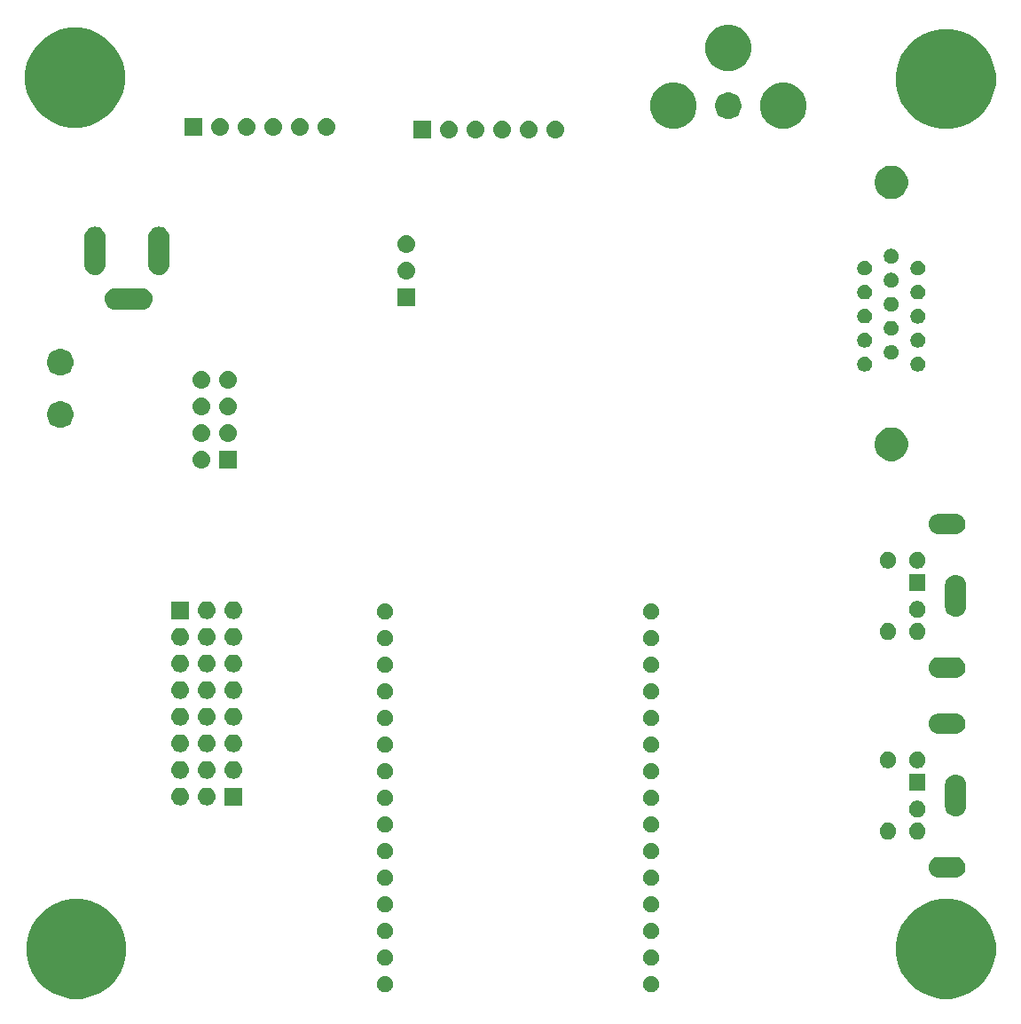
<source format=gbr>
G04 #@! TF.GenerationSoftware,KiCad,Pcbnew,(5.0.2)-1*
G04 #@! TF.CreationDate,2019-12-07T16:38:45-05:00*
G04 #@! TF.ProjectId,ESP-32_VGA,4553502d-3332-45f5-9647-412e6b696361,2*
G04 #@! TF.SameCoordinates,Original*
G04 #@! TF.FileFunction,Soldermask,Bot*
G04 #@! TF.FilePolarity,Negative*
%FSLAX46Y46*%
G04 Gerber Fmt 4.6, Leading zero omitted, Abs format (unit mm)*
G04 Created by KiCad (PCBNEW (5.0.2)-1) date 12/7/2019 4:38:45 PM*
%MOMM*%
%LPD*%
G01*
G04 APERTURE LIST*
%ADD10C,0.150000*%
G04 APERTURE END LIST*
D10*
G36*
X100389169Y-94420519D02*
X101255889Y-94779526D01*
X102035920Y-95300726D01*
X102699274Y-95964080D01*
X103220474Y-96744111D01*
X103579481Y-97610831D01*
X103762500Y-98530933D01*
X103762500Y-99469067D01*
X103579481Y-100389169D01*
X103220474Y-101255889D01*
X102699274Y-102035920D01*
X102035920Y-102699274D01*
X101255889Y-103220474D01*
X100389169Y-103579481D01*
X99469067Y-103762500D01*
X98530933Y-103762500D01*
X97610831Y-103579481D01*
X96744111Y-103220474D01*
X95964080Y-102699274D01*
X95300726Y-102035920D01*
X94779526Y-101255889D01*
X94420519Y-100389169D01*
X94237500Y-99469067D01*
X94237500Y-98530933D01*
X94420519Y-97610831D01*
X94779526Y-96744111D01*
X95300726Y-95964080D01*
X95964080Y-95300726D01*
X96744111Y-94779526D01*
X97610831Y-94420519D01*
X98530933Y-94237500D01*
X99469067Y-94237500D01*
X100389169Y-94420519D01*
X100389169Y-94420519D01*
G37*
G36*
X17389169Y-94420519D02*
X18255889Y-94779526D01*
X19035920Y-95300726D01*
X19699274Y-95964080D01*
X20220474Y-96744111D01*
X20579481Y-97610831D01*
X20762500Y-98530933D01*
X20762500Y-99469067D01*
X20579481Y-100389169D01*
X20220474Y-101255889D01*
X19699274Y-102035920D01*
X19035920Y-102699274D01*
X18255889Y-103220474D01*
X17389169Y-103579481D01*
X16469067Y-103762500D01*
X15530933Y-103762500D01*
X14610831Y-103579481D01*
X13744111Y-103220474D01*
X12964080Y-102699274D01*
X12300726Y-102035920D01*
X11779526Y-101255889D01*
X11420519Y-100389169D01*
X11237500Y-99469067D01*
X11237500Y-98530933D01*
X11420519Y-97610831D01*
X11779526Y-96744111D01*
X12300726Y-95964080D01*
X12964080Y-95300726D01*
X13744111Y-94779526D01*
X14610831Y-94420519D01*
X15530933Y-94237500D01*
X16469067Y-94237500D01*
X17389169Y-94420519D01*
X17389169Y-94420519D01*
G37*
G36*
X45639195Y-101619522D02*
X45688267Y-101629283D01*
X45826942Y-101686724D01*
X45951750Y-101770118D01*
X46057882Y-101876250D01*
X46141276Y-102001058D01*
X46198717Y-102139734D01*
X46228000Y-102286948D01*
X46228000Y-102437052D01*
X46198717Y-102584266D01*
X46141276Y-102722942D01*
X46057882Y-102847750D01*
X45951750Y-102953882D01*
X45951747Y-102953884D01*
X45826942Y-103037276D01*
X45688267Y-103094717D01*
X45639195Y-103104478D01*
X45541052Y-103124000D01*
X45390948Y-103124000D01*
X45292805Y-103104478D01*
X45243733Y-103094717D01*
X45105058Y-103037276D01*
X44980253Y-102953884D01*
X44980250Y-102953882D01*
X44874118Y-102847750D01*
X44790724Y-102722942D01*
X44733283Y-102584266D01*
X44704000Y-102437052D01*
X44704000Y-102286948D01*
X44733283Y-102139734D01*
X44790724Y-102001058D01*
X44874118Y-101876250D01*
X44980250Y-101770118D01*
X45105058Y-101686724D01*
X45243733Y-101629283D01*
X45292805Y-101619522D01*
X45390948Y-101600000D01*
X45541052Y-101600000D01*
X45639195Y-101619522D01*
X45639195Y-101619522D01*
G37*
G36*
X71039195Y-101619522D02*
X71088267Y-101629283D01*
X71226942Y-101686724D01*
X71351750Y-101770118D01*
X71457882Y-101876250D01*
X71541276Y-102001058D01*
X71598717Y-102139734D01*
X71628000Y-102286948D01*
X71628000Y-102437052D01*
X71598717Y-102584266D01*
X71541276Y-102722942D01*
X71457882Y-102847750D01*
X71351750Y-102953882D01*
X71351747Y-102953884D01*
X71226942Y-103037276D01*
X71088267Y-103094717D01*
X71039195Y-103104478D01*
X70941052Y-103124000D01*
X70790948Y-103124000D01*
X70692805Y-103104478D01*
X70643733Y-103094717D01*
X70505058Y-103037276D01*
X70380253Y-102953884D01*
X70380250Y-102953882D01*
X70274118Y-102847750D01*
X70190724Y-102722942D01*
X70133283Y-102584266D01*
X70104000Y-102437052D01*
X70104000Y-102286948D01*
X70133283Y-102139734D01*
X70190724Y-102001058D01*
X70274118Y-101876250D01*
X70380250Y-101770118D01*
X70505058Y-101686724D01*
X70643733Y-101629283D01*
X70692805Y-101619522D01*
X70790948Y-101600000D01*
X70941052Y-101600000D01*
X71039195Y-101619522D01*
X71039195Y-101619522D01*
G37*
G36*
X71039195Y-99079522D02*
X71088267Y-99089283D01*
X71226942Y-99146724D01*
X71351750Y-99230118D01*
X71457882Y-99336250D01*
X71541276Y-99461058D01*
X71598717Y-99599734D01*
X71628000Y-99746948D01*
X71628000Y-99897052D01*
X71598717Y-100044266D01*
X71541276Y-100182942D01*
X71457882Y-100307750D01*
X71351750Y-100413882D01*
X71351747Y-100413884D01*
X71226942Y-100497276D01*
X71088267Y-100554717D01*
X71039195Y-100564478D01*
X70941052Y-100584000D01*
X70790948Y-100584000D01*
X70692805Y-100564478D01*
X70643733Y-100554717D01*
X70505058Y-100497276D01*
X70380253Y-100413884D01*
X70380250Y-100413882D01*
X70274118Y-100307750D01*
X70190724Y-100182942D01*
X70133283Y-100044266D01*
X70104000Y-99897052D01*
X70104000Y-99746948D01*
X70133283Y-99599734D01*
X70190724Y-99461058D01*
X70274118Y-99336250D01*
X70380250Y-99230118D01*
X70505058Y-99146724D01*
X70643733Y-99089283D01*
X70692805Y-99079522D01*
X70790948Y-99060000D01*
X70941052Y-99060000D01*
X71039195Y-99079522D01*
X71039195Y-99079522D01*
G37*
G36*
X45639195Y-99079522D02*
X45688267Y-99089283D01*
X45826942Y-99146724D01*
X45951750Y-99230118D01*
X46057882Y-99336250D01*
X46141276Y-99461058D01*
X46198717Y-99599734D01*
X46228000Y-99746948D01*
X46228000Y-99897052D01*
X46198717Y-100044266D01*
X46141276Y-100182942D01*
X46057882Y-100307750D01*
X45951750Y-100413882D01*
X45951747Y-100413884D01*
X45826942Y-100497276D01*
X45688267Y-100554717D01*
X45639195Y-100564478D01*
X45541052Y-100584000D01*
X45390948Y-100584000D01*
X45292805Y-100564478D01*
X45243733Y-100554717D01*
X45105058Y-100497276D01*
X44980253Y-100413884D01*
X44980250Y-100413882D01*
X44874118Y-100307750D01*
X44790724Y-100182942D01*
X44733283Y-100044266D01*
X44704000Y-99897052D01*
X44704000Y-99746948D01*
X44733283Y-99599734D01*
X44790724Y-99461058D01*
X44874118Y-99336250D01*
X44980250Y-99230118D01*
X45105058Y-99146724D01*
X45243733Y-99089283D01*
X45292805Y-99079522D01*
X45390948Y-99060000D01*
X45541052Y-99060000D01*
X45639195Y-99079522D01*
X45639195Y-99079522D01*
G37*
G36*
X71039195Y-96539522D02*
X71088267Y-96549283D01*
X71226942Y-96606724D01*
X71351750Y-96690118D01*
X71457882Y-96796250D01*
X71541276Y-96921058D01*
X71598717Y-97059734D01*
X71628000Y-97206948D01*
X71628000Y-97357052D01*
X71598717Y-97504266D01*
X71541276Y-97642942D01*
X71457882Y-97767750D01*
X71351750Y-97873882D01*
X71351747Y-97873884D01*
X71226942Y-97957276D01*
X71088267Y-98014717D01*
X71039195Y-98024478D01*
X70941052Y-98044000D01*
X70790948Y-98044000D01*
X70692805Y-98024478D01*
X70643733Y-98014717D01*
X70505058Y-97957276D01*
X70380253Y-97873884D01*
X70380250Y-97873882D01*
X70274118Y-97767750D01*
X70190724Y-97642942D01*
X70133283Y-97504266D01*
X70104000Y-97357052D01*
X70104000Y-97206948D01*
X70133283Y-97059734D01*
X70190724Y-96921058D01*
X70274118Y-96796250D01*
X70380250Y-96690118D01*
X70505058Y-96606724D01*
X70643733Y-96549283D01*
X70692805Y-96539522D01*
X70790948Y-96520000D01*
X70941052Y-96520000D01*
X71039195Y-96539522D01*
X71039195Y-96539522D01*
G37*
G36*
X45639195Y-96539522D02*
X45688267Y-96549283D01*
X45826942Y-96606724D01*
X45951750Y-96690118D01*
X46057882Y-96796250D01*
X46141276Y-96921058D01*
X46198717Y-97059734D01*
X46228000Y-97206948D01*
X46228000Y-97357052D01*
X46198717Y-97504266D01*
X46141276Y-97642942D01*
X46057882Y-97767750D01*
X45951750Y-97873882D01*
X45951747Y-97873884D01*
X45826942Y-97957276D01*
X45688267Y-98014717D01*
X45639195Y-98024478D01*
X45541052Y-98044000D01*
X45390948Y-98044000D01*
X45292805Y-98024478D01*
X45243733Y-98014717D01*
X45105058Y-97957276D01*
X44980253Y-97873884D01*
X44980250Y-97873882D01*
X44874118Y-97767750D01*
X44790724Y-97642942D01*
X44733283Y-97504266D01*
X44704000Y-97357052D01*
X44704000Y-97206948D01*
X44733283Y-97059734D01*
X44790724Y-96921058D01*
X44874118Y-96796250D01*
X44980250Y-96690118D01*
X45105058Y-96606724D01*
X45243733Y-96549283D01*
X45292805Y-96539522D01*
X45390948Y-96520000D01*
X45541052Y-96520000D01*
X45639195Y-96539522D01*
X45639195Y-96539522D01*
G37*
G36*
X71039195Y-93999522D02*
X71088267Y-94009283D01*
X71226942Y-94066724D01*
X71351750Y-94150118D01*
X71457882Y-94256250D01*
X71541276Y-94381058D01*
X71598717Y-94519734D01*
X71628000Y-94666948D01*
X71628000Y-94817052D01*
X71598717Y-94964266D01*
X71541276Y-95102942D01*
X71457882Y-95227750D01*
X71351750Y-95333882D01*
X71351747Y-95333884D01*
X71226942Y-95417276D01*
X71088267Y-95474717D01*
X71039195Y-95484478D01*
X70941052Y-95504000D01*
X70790948Y-95504000D01*
X70692805Y-95484478D01*
X70643733Y-95474717D01*
X70505058Y-95417276D01*
X70380253Y-95333884D01*
X70380250Y-95333882D01*
X70274118Y-95227750D01*
X70190724Y-95102942D01*
X70133283Y-94964266D01*
X70104000Y-94817052D01*
X70104000Y-94666948D01*
X70133283Y-94519734D01*
X70190724Y-94381058D01*
X70274118Y-94256250D01*
X70380250Y-94150118D01*
X70505058Y-94066724D01*
X70643733Y-94009283D01*
X70692805Y-93999522D01*
X70790948Y-93980000D01*
X70941052Y-93980000D01*
X71039195Y-93999522D01*
X71039195Y-93999522D01*
G37*
G36*
X45639195Y-93999522D02*
X45688267Y-94009283D01*
X45826942Y-94066724D01*
X45951750Y-94150118D01*
X46057882Y-94256250D01*
X46141276Y-94381058D01*
X46198717Y-94519734D01*
X46228000Y-94666948D01*
X46228000Y-94817052D01*
X46198717Y-94964266D01*
X46141276Y-95102942D01*
X46057882Y-95227750D01*
X45951750Y-95333882D01*
X45951747Y-95333884D01*
X45826942Y-95417276D01*
X45688267Y-95474717D01*
X45639195Y-95484478D01*
X45541052Y-95504000D01*
X45390948Y-95504000D01*
X45292805Y-95484478D01*
X45243733Y-95474717D01*
X45105058Y-95417276D01*
X44980253Y-95333884D01*
X44980250Y-95333882D01*
X44874118Y-95227750D01*
X44790724Y-95102942D01*
X44733283Y-94964266D01*
X44704000Y-94817052D01*
X44704000Y-94666948D01*
X44733283Y-94519734D01*
X44790724Y-94381058D01*
X44874118Y-94256250D01*
X44980250Y-94150118D01*
X45105058Y-94066724D01*
X45243733Y-94009283D01*
X45292805Y-93999522D01*
X45390948Y-93980000D01*
X45541052Y-93980000D01*
X45639195Y-93999522D01*
X45639195Y-93999522D01*
G37*
G36*
X71039195Y-91459522D02*
X71088267Y-91469283D01*
X71226942Y-91526724D01*
X71351750Y-91610118D01*
X71457882Y-91716250D01*
X71541276Y-91841058D01*
X71598717Y-91979734D01*
X71628000Y-92126948D01*
X71628000Y-92277052D01*
X71598717Y-92424266D01*
X71541276Y-92562942D01*
X71457882Y-92687750D01*
X71351750Y-92793882D01*
X71351747Y-92793884D01*
X71226942Y-92877276D01*
X71088267Y-92934717D01*
X71039195Y-92944478D01*
X70941052Y-92964000D01*
X70790948Y-92964000D01*
X70692805Y-92944478D01*
X70643733Y-92934717D01*
X70505058Y-92877276D01*
X70380253Y-92793884D01*
X70380250Y-92793882D01*
X70274118Y-92687750D01*
X70190724Y-92562942D01*
X70133283Y-92424266D01*
X70104000Y-92277052D01*
X70104000Y-92126948D01*
X70133283Y-91979734D01*
X70190724Y-91841058D01*
X70274118Y-91716250D01*
X70380250Y-91610118D01*
X70505058Y-91526724D01*
X70643733Y-91469283D01*
X70692805Y-91459522D01*
X70790948Y-91440000D01*
X70941052Y-91440000D01*
X71039195Y-91459522D01*
X71039195Y-91459522D01*
G37*
G36*
X45639195Y-91459522D02*
X45688267Y-91469283D01*
X45826942Y-91526724D01*
X45951750Y-91610118D01*
X46057882Y-91716250D01*
X46141276Y-91841058D01*
X46198717Y-91979734D01*
X46228000Y-92126948D01*
X46228000Y-92277052D01*
X46198717Y-92424266D01*
X46141276Y-92562942D01*
X46057882Y-92687750D01*
X45951750Y-92793882D01*
X45951747Y-92793884D01*
X45826942Y-92877276D01*
X45688267Y-92934717D01*
X45639195Y-92944478D01*
X45541052Y-92964000D01*
X45390948Y-92964000D01*
X45292805Y-92944478D01*
X45243733Y-92934717D01*
X45105058Y-92877276D01*
X44980253Y-92793884D01*
X44980250Y-92793882D01*
X44874118Y-92687750D01*
X44790724Y-92562942D01*
X44733283Y-92424266D01*
X44704000Y-92277052D01*
X44704000Y-92126948D01*
X44733283Y-91979734D01*
X44790724Y-91841058D01*
X44874118Y-91716250D01*
X44980250Y-91610118D01*
X45105058Y-91526724D01*
X45243733Y-91469283D01*
X45292805Y-91459522D01*
X45390948Y-91440000D01*
X45541052Y-91440000D01*
X45639195Y-91459522D01*
X45639195Y-91459522D01*
G37*
G36*
X100062030Y-90222469D02*
X100062033Y-90222470D01*
X100062034Y-90222470D01*
X100250535Y-90279651D01*
X100250537Y-90279652D01*
X100424260Y-90372509D01*
X100576528Y-90497472D01*
X100701491Y-90649740D01*
X100794348Y-90823463D01*
X100851531Y-91011970D01*
X100870838Y-91208000D01*
X100851531Y-91404030D01*
X100794348Y-91592537D01*
X100701491Y-91766260D01*
X100576528Y-91918528D01*
X100424260Y-92043491D01*
X100424258Y-92043492D01*
X100250535Y-92136349D01*
X100062034Y-92193530D01*
X100062033Y-92193530D01*
X100062030Y-92193531D01*
X99915124Y-92208000D01*
X98316876Y-92208000D01*
X98169970Y-92193531D01*
X98169967Y-92193530D01*
X98169966Y-92193530D01*
X97981465Y-92136349D01*
X97807742Y-92043492D01*
X97807740Y-92043491D01*
X97655472Y-91918528D01*
X97530509Y-91766260D01*
X97437652Y-91592537D01*
X97380469Y-91404030D01*
X97361162Y-91208000D01*
X97380469Y-91011970D01*
X97437652Y-90823463D01*
X97530509Y-90649740D01*
X97655472Y-90497472D01*
X97807740Y-90372509D01*
X97981463Y-90279652D01*
X97981465Y-90279651D01*
X98169966Y-90222470D01*
X98169967Y-90222470D01*
X98169970Y-90222469D01*
X98316876Y-90208000D01*
X99915124Y-90208000D01*
X100062030Y-90222469D01*
X100062030Y-90222469D01*
G37*
G36*
X45639195Y-88919522D02*
X45688267Y-88929283D01*
X45826942Y-88986724D01*
X45951750Y-89070118D01*
X46057882Y-89176250D01*
X46141276Y-89301058D01*
X46198717Y-89439734D01*
X46228000Y-89586948D01*
X46228000Y-89737052D01*
X46198717Y-89884266D01*
X46141276Y-90022942D01*
X46057882Y-90147750D01*
X45951750Y-90253882D01*
X45951747Y-90253884D01*
X45826942Y-90337276D01*
X45688267Y-90394717D01*
X45639195Y-90404478D01*
X45541052Y-90424000D01*
X45390948Y-90424000D01*
X45292805Y-90404478D01*
X45243733Y-90394717D01*
X45105058Y-90337276D01*
X44980253Y-90253884D01*
X44980250Y-90253882D01*
X44874118Y-90147750D01*
X44790724Y-90022942D01*
X44733283Y-89884266D01*
X44704000Y-89737052D01*
X44704000Y-89586948D01*
X44733283Y-89439734D01*
X44790724Y-89301058D01*
X44874118Y-89176250D01*
X44980250Y-89070118D01*
X45105058Y-88986724D01*
X45243733Y-88929283D01*
X45292805Y-88919522D01*
X45390948Y-88900000D01*
X45541052Y-88900000D01*
X45639195Y-88919522D01*
X45639195Y-88919522D01*
G37*
G36*
X71039195Y-88919522D02*
X71088267Y-88929283D01*
X71226942Y-88986724D01*
X71351750Y-89070118D01*
X71457882Y-89176250D01*
X71541276Y-89301058D01*
X71598717Y-89439734D01*
X71628000Y-89586948D01*
X71628000Y-89737052D01*
X71598717Y-89884266D01*
X71541276Y-90022942D01*
X71457882Y-90147750D01*
X71351750Y-90253882D01*
X71351747Y-90253884D01*
X71226942Y-90337276D01*
X71088267Y-90394717D01*
X71039195Y-90404478D01*
X70941052Y-90424000D01*
X70790948Y-90424000D01*
X70692805Y-90404478D01*
X70643733Y-90394717D01*
X70505058Y-90337276D01*
X70380253Y-90253884D01*
X70380250Y-90253882D01*
X70274118Y-90147750D01*
X70190724Y-90022942D01*
X70133283Y-89884266D01*
X70104000Y-89737052D01*
X70104000Y-89586948D01*
X70133283Y-89439734D01*
X70190724Y-89301058D01*
X70274118Y-89176250D01*
X70380250Y-89070118D01*
X70505058Y-88986724D01*
X70643733Y-88929283D01*
X70692805Y-88919522D01*
X70790948Y-88900000D01*
X70941052Y-88900000D01*
X71039195Y-88919522D01*
X71039195Y-88919522D01*
G37*
G36*
X93699352Y-86988743D02*
X93844941Y-87049048D01*
X93975973Y-87136601D01*
X94087399Y-87248027D01*
X94174952Y-87379059D01*
X94235257Y-87524648D01*
X94266000Y-87679205D01*
X94266000Y-87836795D01*
X94235257Y-87991352D01*
X94174952Y-88136941D01*
X94087399Y-88267973D01*
X93975973Y-88379399D01*
X93844941Y-88466952D01*
X93699352Y-88527257D01*
X93544795Y-88558000D01*
X93387205Y-88558000D01*
X93232648Y-88527257D01*
X93087059Y-88466952D01*
X92956027Y-88379399D01*
X92844601Y-88267973D01*
X92757048Y-88136941D01*
X92696743Y-87991352D01*
X92666000Y-87836795D01*
X92666000Y-87679205D01*
X92696743Y-87524648D01*
X92757048Y-87379059D01*
X92844601Y-87248027D01*
X92956027Y-87136601D01*
X93087059Y-87049048D01*
X93232648Y-86988743D01*
X93387205Y-86958000D01*
X93544795Y-86958000D01*
X93699352Y-86988743D01*
X93699352Y-86988743D01*
G37*
G36*
X96499352Y-86988743D02*
X96644941Y-87049048D01*
X96775973Y-87136601D01*
X96887399Y-87248027D01*
X96974952Y-87379059D01*
X97035257Y-87524648D01*
X97066000Y-87679205D01*
X97066000Y-87836795D01*
X97035257Y-87991352D01*
X96974952Y-88136941D01*
X96887399Y-88267973D01*
X96775973Y-88379399D01*
X96644941Y-88466952D01*
X96499352Y-88527257D01*
X96344795Y-88558000D01*
X96187205Y-88558000D01*
X96032648Y-88527257D01*
X95887059Y-88466952D01*
X95756027Y-88379399D01*
X95644601Y-88267973D01*
X95557048Y-88136941D01*
X95496743Y-87991352D01*
X95466000Y-87836795D01*
X95466000Y-87679205D01*
X95496743Y-87524648D01*
X95557048Y-87379059D01*
X95644601Y-87248027D01*
X95756027Y-87136601D01*
X95887059Y-87049048D01*
X96032648Y-86988743D01*
X96187205Y-86958000D01*
X96344795Y-86958000D01*
X96499352Y-86988743D01*
X96499352Y-86988743D01*
G37*
G36*
X71039195Y-86379522D02*
X71088267Y-86389283D01*
X71179944Y-86427257D01*
X71226942Y-86446724D01*
X71351750Y-86530118D01*
X71457882Y-86636250D01*
X71457884Y-86636253D01*
X71541276Y-86761058D01*
X71598717Y-86899733D01*
X71628000Y-87046950D01*
X71628000Y-87197050D01*
X71598717Y-87344267D01*
X71541276Y-87482942D01*
X71457882Y-87607750D01*
X71351750Y-87713882D01*
X71351747Y-87713884D01*
X71226942Y-87797276D01*
X71088267Y-87854717D01*
X71039195Y-87864478D01*
X70941052Y-87884000D01*
X70790948Y-87884000D01*
X70692805Y-87864478D01*
X70643733Y-87854717D01*
X70505058Y-87797276D01*
X70380253Y-87713884D01*
X70380250Y-87713882D01*
X70274118Y-87607750D01*
X70190724Y-87482942D01*
X70133283Y-87344267D01*
X70104000Y-87197050D01*
X70104000Y-87046950D01*
X70133283Y-86899733D01*
X70190724Y-86761058D01*
X70274116Y-86636253D01*
X70274118Y-86636250D01*
X70380250Y-86530118D01*
X70505058Y-86446724D01*
X70552056Y-86427257D01*
X70643733Y-86389283D01*
X70692805Y-86379522D01*
X70790948Y-86360000D01*
X70941052Y-86360000D01*
X71039195Y-86379522D01*
X71039195Y-86379522D01*
G37*
G36*
X45639195Y-86379522D02*
X45688267Y-86389283D01*
X45779944Y-86427257D01*
X45826942Y-86446724D01*
X45951750Y-86530118D01*
X46057882Y-86636250D01*
X46057884Y-86636253D01*
X46141276Y-86761058D01*
X46198717Y-86899733D01*
X46228000Y-87046950D01*
X46228000Y-87197050D01*
X46198717Y-87344267D01*
X46141276Y-87482942D01*
X46057882Y-87607750D01*
X45951750Y-87713882D01*
X45951747Y-87713884D01*
X45826942Y-87797276D01*
X45688267Y-87854717D01*
X45639195Y-87864478D01*
X45541052Y-87884000D01*
X45390948Y-87884000D01*
X45292805Y-87864478D01*
X45243733Y-87854717D01*
X45105058Y-87797276D01*
X44980253Y-87713884D01*
X44980250Y-87713882D01*
X44874118Y-87607750D01*
X44790724Y-87482942D01*
X44733283Y-87344267D01*
X44704000Y-87197050D01*
X44704000Y-87046950D01*
X44733283Y-86899733D01*
X44790724Y-86761058D01*
X44874116Y-86636253D01*
X44874118Y-86636250D01*
X44980250Y-86530118D01*
X45105058Y-86446724D01*
X45152056Y-86427257D01*
X45243733Y-86389283D01*
X45292805Y-86379522D01*
X45390948Y-86360000D01*
X45541052Y-86360000D01*
X45639195Y-86379522D01*
X45639195Y-86379522D01*
G37*
G36*
X96499352Y-84888743D02*
X96644941Y-84949048D01*
X96775973Y-85036601D01*
X96887399Y-85148027D01*
X96974952Y-85279059D01*
X97035257Y-85424648D01*
X97066000Y-85579205D01*
X97066000Y-85736795D01*
X97035257Y-85891352D01*
X96974952Y-86036941D01*
X96887399Y-86167973D01*
X96775973Y-86279399D01*
X96644941Y-86366952D01*
X96499352Y-86427257D01*
X96344795Y-86458000D01*
X96187205Y-86458000D01*
X96032648Y-86427257D01*
X95887059Y-86366952D01*
X95756027Y-86279399D01*
X95644601Y-86167973D01*
X95557048Y-86036941D01*
X95496743Y-85891352D01*
X95466000Y-85736795D01*
X95466000Y-85579205D01*
X95496743Y-85424648D01*
X95557048Y-85279059D01*
X95644601Y-85148027D01*
X95756027Y-85036601D01*
X95887059Y-84949048D01*
X96032648Y-84888743D01*
X96187205Y-84858000D01*
X96344795Y-84858000D01*
X96499352Y-84888743D01*
X96499352Y-84888743D01*
G37*
G36*
X100112029Y-82372469D02*
X100112032Y-82372470D01*
X100112033Y-82372470D01*
X100300534Y-82429651D01*
X100300536Y-82429652D01*
X100300539Y-82429653D01*
X100474258Y-82522507D01*
X100626528Y-82647472D01*
X100751491Y-82799740D01*
X100844348Y-82973463D01*
X100901531Y-83161970D01*
X100916000Y-83308876D01*
X100916000Y-85407124D01*
X100901531Y-85554030D01*
X100901530Y-85554033D01*
X100901530Y-85554034D01*
X100846091Y-85736793D01*
X100844348Y-85742537D01*
X100751491Y-85916260D01*
X100626528Y-86068528D01*
X100474260Y-86193491D01*
X100474258Y-86193492D01*
X100300535Y-86286349D01*
X100112034Y-86343530D01*
X100112033Y-86343530D01*
X100112030Y-86343531D01*
X99916000Y-86362838D01*
X99719971Y-86343531D01*
X99719968Y-86343530D01*
X99719967Y-86343530D01*
X99531466Y-86286349D01*
X99357743Y-86193492D01*
X99357741Y-86193491D01*
X99205473Y-86068528D01*
X99080510Y-85916260D01*
X98987653Y-85742537D01*
X98985911Y-85736793D01*
X98930471Y-85554034D01*
X98930471Y-85554033D01*
X98930470Y-85554030D01*
X98916001Y-85407124D01*
X98916000Y-83308877D01*
X98930469Y-83161971D01*
X98930470Y-83161967D01*
X98987651Y-82973466D01*
X98987652Y-82973464D01*
X98987653Y-82973461D01*
X99080507Y-82799742D01*
X99205472Y-82647472D01*
X99357740Y-82522509D01*
X99531463Y-82429652D01*
X99531465Y-82429651D01*
X99719966Y-82372470D01*
X99719967Y-82372470D01*
X99719970Y-82372469D01*
X99916000Y-82353162D01*
X100112029Y-82372469D01*
X100112029Y-82372469D01*
G37*
G36*
X71039195Y-83839522D02*
X71088267Y-83849283D01*
X71226942Y-83906724D01*
X71351750Y-83990118D01*
X71457882Y-84096250D01*
X71457884Y-84096253D01*
X71541276Y-84221058D01*
X71569158Y-84288370D01*
X71598717Y-84359734D01*
X71628000Y-84506948D01*
X71628000Y-84657052D01*
X71598717Y-84804266D01*
X71541276Y-84942942D01*
X71457882Y-85067750D01*
X71351750Y-85173882D01*
X71351747Y-85173884D01*
X71226942Y-85257276D01*
X71088267Y-85314717D01*
X71039195Y-85324478D01*
X70941052Y-85344000D01*
X70790948Y-85344000D01*
X70692805Y-85324478D01*
X70643733Y-85314717D01*
X70505058Y-85257276D01*
X70380253Y-85173884D01*
X70380250Y-85173882D01*
X70274118Y-85067750D01*
X70190724Y-84942942D01*
X70133283Y-84804266D01*
X70104000Y-84657052D01*
X70104000Y-84506948D01*
X70133283Y-84359734D01*
X70162843Y-84288370D01*
X70190724Y-84221058D01*
X70274116Y-84096253D01*
X70274118Y-84096250D01*
X70380250Y-83990118D01*
X70505058Y-83906724D01*
X70643733Y-83849283D01*
X70692805Y-83839522D01*
X70790948Y-83820000D01*
X70941052Y-83820000D01*
X71039195Y-83839522D01*
X71039195Y-83839522D01*
G37*
G36*
X45639195Y-83839522D02*
X45688267Y-83849283D01*
X45826942Y-83906724D01*
X45951750Y-83990118D01*
X46057882Y-84096250D01*
X46057884Y-84096253D01*
X46141276Y-84221058D01*
X46169158Y-84288370D01*
X46198717Y-84359734D01*
X46228000Y-84506948D01*
X46228000Y-84657052D01*
X46198717Y-84804266D01*
X46141276Y-84942942D01*
X46057882Y-85067750D01*
X45951750Y-85173882D01*
X45951747Y-85173884D01*
X45826942Y-85257276D01*
X45688267Y-85314717D01*
X45639195Y-85324478D01*
X45541052Y-85344000D01*
X45390948Y-85344000D01*
X45292805Y-85324478D01*
X45243733Y-85314717D01*
X45105058Y-85257276D01*
X44980253Y-85173884D01*
X44980250Y-85173882D01*
X44874118Y-85067750D01*
X44790724Y-84942942D01*
X44733283Y-84804266D01*
X44704000Y-84657052D01*
X44704000Y-84506948D01*
X44733283Y-84359734D01*
X44762843Y-84288370D01*
X44790724Y-84221058D01*
X44874116Y-84096253D01*
X44874118Y-84096250D01*
X44980250Y-83990118D01*
X45105058Y-83906724D01*
X45243733Y-83849283D01*
X45292805Y-83839522D01*
X45390948Y-83820000D01*
X45541052Y-83820000D01*
X45639195Y-83839522D01*
X45639195Y-83839522D01*
G37*
G36*
X28614630Y-83617299D02*
X28774855Y-83665903D01*
X28922520Y-83744831D01*
X29051949Y-83851051D01*
X29158169Y-83980480D01*
X29237097Y-84128145D01*
X29285701Y-84288370D01*
X29302112Y-84455000D01*
X29285701Y-84621630D01*
X29237097Y-84781855D01*
X29158169Y-84929520D01*
X29051949Y-85058949D01*
X28922520Y-85165169D01*
X28774855Y-85244097D01*
X28614630Y-85292701D01*
X28489752Y-85305000D01*
X28406248Y-85305000D01*
X28281370Y-85292701D01*
X28121145Y-85244097D01*
X27973480Y-85165169D01*
X27844051Y-85058949D01*
X27737831Y-84929520D01*
X27658903Y-84781855D01*
X27610299Y-84621630D01*
X27593888Y-84455000D01*
X27610299Y-84288370D01*
X27658903Y-84128145D01*
X27737831Y-83980480D01*
X27844051Y-83851051D01*
X27973480Y-83744831D01*
X28121145Y-83665903D01*
X28281370Y-83617299D01*
X28406248Y-83605000D01*
X28489752Y-83605000D01*
X28614630Y-83617299D01*
X28614630Y-83617299D01*
G37*
G36*
X31838000Y-85305000D02*
X30138000Y-85305000D01*
X30138000Y-83605000D01*
X31838000Y-83605000D01*
X31838000Y-85305000D01*
X31838000Y-85305000D01*
G37*
G36*
X26074630Y-83617299D02*
X26234855Y-83665903D01*
X26382520Y-83744831D01*
X26511949Y-83851051D01*
X26618169Y-83980480D01*
X26697097Y-84128145D01*
X26745701Y-84288370D01*
X26762112Y-84455000D01*
X26745701Y-84621630D01*
X26697097Y-84781855D01*
X26618169Y-84929520D01*
X26511949Y-85058949D01*
X26382520Y-85165169D01*
X26234855Y-85244097D01*
X26074630Y-85292701D01*
X25949752Y-85305000D01*
X25866248Y-85305000D01*
X25741370Y-85292701D01*
X25581145Y-85244097D01*
X25433480Y-85165169D01*
X25304051Y-85058949D01*
X25197831Y-84929520D01*
X25118903Y-84781855D01*
X25070299Y-84621630D01*
X25053888Y-84455000D01*
X25070299Y-84288370D01*
X25118903Y-84128145D01*
X25197831Y-83980480D01*
X25304051Y-83851051D01*
X25433480Y-83744831D01*
X25581145Y-83665903D01*
X25741370Y-83617299D01*
X25866248Y-83605000D01*
X25949752Y-83605000D01*
X26074630Y-83617299D01*
X26074630Y-83617299D01*
G37*
G36*
X97066000Y-83858000D02*
X95466000Y-83858000D01*
X95466000Y-82258000D01*
X97066000Y-82258000D01*
X97066000Y-83858000D01*
X97066000Y-83858000D01*
G37*
G36*
X45639195Y-81299522D02*
X45688267Y-81309283D01*
X45826942Y-81366724D01*
X45951750Y-81450118D01*
X46057882Y-81556250D01*
X46057884Y-81556253D01*
X46141276Y-81681058D01*
X46198717Y-81819733D01*
X46228000Y-81966950D01*
X46228000Y-82117050D01*
X46198717Y-82264267D01*
X46153898Y-82372469D01*
X46141276Y-82402942D01*
X46057882Y-82527750D01*
X45951750Y-82633882D01*
X45951747Y-82633884D01*
X45826942Y-82717276D01*
X45688267Y-82774717D01*
X45639195Y-82784478D01*
X45541052Y-82804000D01*
X45390948Y-82804000D01*
X45292805Y-82784478D01*
X45243733Y-82774717D01*
X45105058Y-82717276D01*
X44980253Y-82633884D01*
X44980250Y-82633882D01*
X44874118Y-82527750D01*
X44790724Y-82402942D01*
X44778102Y-82372469D01*
X44733283Y-82264267D01*
X44704000Y-82117050D01*
X44704000Y-81966950D01*
X44733283Y-81819733D01*
X44790724Y-81681058D01*
X44874116Y-81556253D01*
X44874118Y-81556250D01*
X44980250Y-81450118D01*
X45105058Y-81366724D01*
X45243733Y-81309283D01*
X45292805Y-81299522D01*
X45390948Y-81280000D01*
X45541052Y-81280000D01*
X45639195Y-81299522D01*
X45639195Y-81299522D01*
G37*
G36*
X71039195Y-81299522D02*
X71088267Y-81309283D01*
X71226942Y-81366724D01*
X71351750Y-81450118D01*
X71457882Y-81556250D01*
X71457884Y-81556253D01*
X71541276Y-81681058D01*
X71598717Y-81819733D01*
X71628000Y-81966950D01*
X71628000Y-82117050D01*
X71598717Y-82264267D01*
X71553898Y-82372469D01*
X71541276Y-82402942D01*
X71457882Y-82527750D01*
X71351750Y-82633882D01*
X71351747Y-82633884D01*
X71226942Y-82717276D01*
X71088267Y-82774717D01*
X71039195Y-82784478D01*
X70941052Y-82804000D01*
X70790948Y-82804000D01*
X70692805Y-82784478D01*
X70643733Y-82774717D01*
X70505058Y-82717276D01*
X70380253Y-82633884D01*
X70380250Y-82633882D01*
X70274118Y-82527750D01*
X70190724Y-82402942D01*
X70178102Y-82372469D01*
X70133283Y-82264267D01*
X70104000Y-82117050D01*
X70104000Y-81966950D01*
X70133283Y-81819733D01*
X70190724Y-81681058D01*
X70274116Y-81556253D01*
X70274118Y-81556250D01*
X70380250Y-81450118D01*
X70505058Y-81366724D01*
X70643733Y-81309283D01*
X70692805Y-81299522D01*
X70790948Y-81280000D01*
X70941052Y-81280000D01*
X71039195Y-81299522D01*
X71039195Y-81299522D01*
G37*
G36*
X26074630Y-81077299D02*
X26234855Y-81125903D01*
X26382520Y-81204831D01*
X26511949Y-81311051D01*
X26618169Y-81440480D01*
X26697097Y-81588145D01*
X26745701Y-81748370D01*
X26762112Y-81915000D01*
X26745701Y-82081630D01*
X26697097Y-82241855D01*
X26618169Y-82389520D01*
X26511949Y-82518949D01*
X26382520Y-82625169D01*
X26234855Y-82704097D01*
X26074630Y-82752701D01*
X25949752Y-82765000D01*
X25866248Y-82765000D01*
X25741370Y-82752701D01*
X25581145Y-82704097D01*
X25433480Y-82625169D01*
X25304051Y-82518949D01*
X25197831Y-82389520D01*
X25118903Y-82241855D01*
X25070299Y-82081630D01*
X25053888Y-81915000D01*
X25070299Y-81748370D01*
X25118903Y-81588145D01*
X25197831Y-81440480D01*
X25304051Y-81311051D01*
X25433480Y-81204831D01*
X25581145Y-81125903D01*
X25741370Y-81077299D01*
X25866248Y-81065000D01*
X25949752Y-81065000D01*
X26074630Y-81077299D01*
X26074630Y-81077299D01*
G37*
G36*
X28614630Y-81077299D02*
X28774855Y-81125903D01*
X28922520Y-81204831D01*
X29051949Y-81311051D01*
X29158169Y-81440480D01*
X29237097Y-81588145D01*
X29285701Y-81748370D01*
X29302112Y-81915000D01*
X29285701Y-82081630D01*
X29237097Y-82241855D01*
X29158169Y-82389520D01*
X29051949Y-82518949D01*
X28922520Y-82625169D01*
X28774855Y-82704097D01*
X28614630Y-82752701D01*
X28489752Y-82765000D01*
X28406248Y-82765000D01*
X28281370Y-82752701D01*
X28121145Y-82704097D01*
X27973480Y-82625169D01*
X27844051Y-82518949D01*
X27737831Y-82389520D01*
X27658903Y-82241855D01*
X27610299Y-82081630D01*
X27593888Y-81915000D01*
X27610299Y-81748370D01*
X27658903Y-81588145D01*
X27737831Y-81440480D01*
X27844051Y-81311051D01*
X27973480Y-81204831D01*
X28121145Y-81125903D01*
X28281370Y-81077299D01*
X28406248Y-81065000D01*
X28489752Y-81065000D01*
X28614630Y-81077299D01*
X28614630Y-81077299D01*
G37*
G36*
X31154630Y-81077299D02*
X31314855Y-81125903D01*
X31462520Y-81204831D01*
X31591949Y-81311051D01*
X31698169Y-81440480D01*
X31777097Y-81588145D01*
X31825701Y-81748370D01*
X31842112Y-81915000D01*
X31825701Y-82081630D01*
X31777097Y-82241855D01*
X31698169Y-82389520D01*
X31591949Y-82518949D01*
X31462520Y-82625169D01*
X31314855Y-82704097D01*
X31154630Y-82752701D01*
X31029752Y-82765000D01*
X30946248Y-82765000D01*
X30821370Y-82752701D01*
X30661145Y-82704097D01*
X30513480Y-82625169D01*
X30384051Y-82518949D01*
X30277831Y-82389520D01*
X30198903Y-82241855D01*
X30150299Y-82081630D01*
X30133888Y-81915000D01*
X30150299Y-81748370D01*
X30198903Y-81588145D01*
X30277831Y-81440480D01*
X30384051Y-81311051D01*
X30513480Y-81204831D01*
X30661145Y-81125903D01*
X30821370Y-81077299D01*
X30946248Y-81065000D01*
X31029752Y-81065000D01*
X31154630Y-81077299D01*
X31154630Y-81077299D01*
G37*
G36*
X96499352Y-80188743D02*
X96644941Y-80249048D01*
X96775973Y-80336601D01*
X96887399Y-80448027D01*
X96974952Y-80579059D01*
X97035257Y-80724648D01*
X97066000Y-80879205D01*
X97066000Y-81036795D01*
X97035257Y-81191352D01*
X96974952Y-81336941D01*
X96887399Y-81467973D01*
X96775973Y-81579399D01*
X96644941Y-81666952D01*
X96499352Y-81727257D01*
X96344795Y-81758000D01*
X96187205Y-81758000D01*
X96032648Y-81727257D01*
X95887059Y-81666952D01*
X95756027Y-81579399D01*
X95644601Y-81467973D01*
X95557048Y-81336941D01*
X95496743Y-81191352D01*
X95466000Y-81036795D01*
X95466000Y-80879205D01*
X95496743Y-80724648D01*
X95557048Y-80579059D01*
X95644601Y-80448027D01*
X95756027Y-80336601D01*
X95887059Y-80249048D01*
X96032648Y-80188743D01*
X96187205Y-80158000D01*
X96344795Y-80158000D01*
X96499352Y-80188743D01*
X96499352Y-80188743D01*
G37*
G36*
X93699352Y-80188743D02*
X93844941Y-80249048D01*
X93975973Y-80336601D01*
X94087399Y-80448027D01*
X94174952Y-80579059D01*
X94235257Y-80724648D01*
X94266000Y-80879205D01*
X94266000Y-81036795D01*
X94235257Y-81191352D01*
X94174952Y-81336941D01*
X94087399Y-81467973D01*
X93975973Y-81579399D01*
X93844941Y-81666952D01*
X93699352Y-81727257D01*
X93544795Y-81758000D01*
X93387205Y-81758000D01*
X93232648Y-81727257D01*
X93087059Y-81666952D01*
X92956027Y-81579399D01*
X92844601Y-81467973D01*
X92757048Y-81336941D01*
X92696743Y-81191352D01*
X92666000Y-81036795D01*
X92666000Y-80879205D01*
X92696743Y-80724648D01*
X92757048Y-80579059D01*
X92844601Y-80448027D01*
X92956027Y-80336601D01*
X93087059Y-80249048D01*
X93232648Y-80188743D01*
X93387205Y-80158000D01*
X93544795Y-80158000D01*
X93699352Y-80188743D01*
X93699352Y-80188743D01*
G37*
G36*
X71039195Y-78759522D02*
X71088267Y-78769283D01*
X71226942Y-78826724D01*
X71351750Y-78910118D01*
X71457882Y-79016250D01*
X71457884Y-79016253D01*
X71541276Y-79141058D01*
X71569158Y-79208370D01*
X71598717Y-79279734D01*
X71628000Y-79426948D01*
X71628000Y-79577052D01*
X71598717Y-79724266D01*
X71541276Y-79862942D01*
X71457882Y-79987750D01*
X71351750Y-80093882D01*
X71351747Y-80093884D01*
X71226942Y-80177276D01*
X71088267Y-80234717D01*
X71039195Y-80244478D01*
X70941052Y-80264000D01*
X70790948Y-80264000D01*
X70692805Y-80244478D01*
X70643733Y-80234717D01*
X70505058Y-80177276D01*
X70380253Y-80093884D01*
X70380250Y-80093882D01*
X70274118Y-79987750D01*
X70190724Y-79862942D01*
X70133283Y-79724266D01*
X70104000Y-79577052D01*
X70104000Y-79426948D01*
X70133283Y-79279734D01*
X70162843Y-79208370D01*
X70190724Y-79141058D01*
X70274116Y-79016253D01*
X70274118Y-79016250D01*
X70380250Y-78910118D01*
X70505058Y-78826724D01*
X70643733Y-78769283D01*
X70692805Y-78759522D01*
X70790948Y-78740000D01*
X70941052Y-78740000D01*
X71039195Y-78759522D01*
X71039195Y-78759522D01*
G37*
G36*
X45639195Y-78759522D02*
X45688267Y-78769283D01*
X45826942Y-78826724D01*
X45951750Y-78910118D01*
X46057882Y-79016250D01*
X46057884Y-79016253D01*
X46141276Y-79141058D01*
X46169158Y-79208370D01*
X46198717Y-79279734D01*
X46228000Y-79426948D01*
X46228000Y-79577052D01*
X46198717Y-79724266D01*
X46141276Y-79862942D01*
X46057882Y-79987750D01*
X45951750Y-80093882D01*
X45951747Y-80093884D01*
X45826942Y-80177276D01*
X45688267Y-80234717D01*
X45639195Y-80244478D01*
X45541052Y-80264000D01*
X45390948Y-80264000D01*
X45292805Y-80244478D01*
X45243733Y-80234717D01*
X45105058Y-80177276D01*
X44980253Y-80093884D01*
X44980250Y-80093882D01*
X44874118Y-79987750D01*
X44790724Y-79862942D01*
X44733283Y-79724266D01*
X44704000Y-79577052D01*
X44704000Y-79426948D01*
X44733283Y-79279734D01*
X44762843Y-79208370D01*
X44790724Y-79141058D01*
X44874116Y-79016253D01*
X44874118Y-79016250D01*
X44980250Y-78910118D01*
X45105058Y-78826724D01*
X45243733Y-78769283D01*
X45292805Y-78759522D01*
X45390948Y-78740000D01*
X45541052Y-78740000D01*
X45639195Y-78759522D01*
X45639195Y-78759522D01*
G37*
G36*
X31154630Y-78537299D02*
X31314855Y-78585903D01*
X31462520Y-78664831D01*
X31591949Y-78771051D01*
X31698169Y-78900480D01*
X31777097Y-79048145D01*
X31825701Y-79208370D01*
X31842112Y-79375000D01*
X31825701Y-79541630D01*
X31777097Y-79701855D01*
X31698169Y-79849520D01*
X31591949Y-79978949D01*
X31462520Y-80085169D01*
X31314855Y-80164097D01*
X31154630Y-80212701D01*
X31029752Y-80225000D01*
X30946248Y-80225000D01*
X30821370Y-80212701D01*
X30661145Y-80164097D01*
X30513480Y-80085169D01*
X30384051Y-79978949D01*
X30277831Y-79849520D01*
X30198903Y-79701855D01*
X30150299Y-79541630D01*
X30133888Y-79375000D01*
X30150299Y-79208370D01*
X30198903Y-79048145D01*
X30277831Y-78900480D01*
X30384051Y-78771051D01*
X30513480Y-78664831D01*
X30661145Y-78585903D01*
X30821370Y-78537299D01*
X30946248Y-78525000D01*
X31029752Y-78525000D01*
X31154630Y-78537299D01*
X31154630Y-78537299D01*
G37*
G36*
X26074630Y-78537299D02*
X26234855Y-78585903D01*
X26382520Y-78664831D01*
X26511949Y-78771051D01*
X26618169Y-78900480D01*
X26697097Y-79048145D01*
X26745701Y-79208370D01*
X26762112Y-79375000D01*
X26745701Y-79541630D01*
X26697097Y-79701855D01*
X26618169Y-79849520D01*
X26511949Y-79978949D01*
X26382520Y-80085169D01*
X26234855Y-80164097D01*
X26074630Y-80212701D01*
X25949752Y-80225000D01*
X25866248Y-80225000D01*
X25741370Y-80212701D01*
X25581145Y-80164097D01*
X25433480Y-80085169D01*
X25304051Y-79978949D01*
X25197831Y-79849520D01*
X25118903Y-79701855D01*
X25070299Y-79541630D01*
X25053888Y-79375000D01*
X25070299Y-79208370D01*
X25118903Y-79048145D01*
X25197831Y-78900480D01*
X25304051Y-78771051D01*
X25433480Y-78664831D01*
X25581145Y-78585903D01*
X25741370Y-78537299D01*
X25866248Y-78525000D01*
X25949752Y-78525000D01*
X26074630Y-78537299D01*
X26074630Y-78537299D01*
G37*
G36*
X28614630Y-78537299D02*
X28774855Y-78585903D01*
X28922520Y-78664831D01*
X29051949Y-78771051D01*
X29158169Y-78900480D01*
X29237097Y-79048145D01*
X29285701Y-79208370D01*
X29302112Y-79375000D01*
X29285701Y-79541630D01*
X29237097Y-79701855D01*
X29158169Y-79849520D01*
X29051949Y-79978949D01*
X28922520Y-80085169D01*
X28774855Y-80164097D01*
X28614630Y-80212701D01*
X28489752Y-80225000D01*
X28406248Y-80225000D01*
X28281370Y-80212701D01*
X28121145Y-80164097D01*
X27973480Y-80085169D01*
X27844051Y-79978949D01*
X27737831Y-79849520D01*
X27658903Y-79701855D01*
X27610299Y-79541630D01*
X27593888Y-79375000D01*
X27610299Y-79208370D01*
X27658903Y-79048145D01*
X27737831Y-78900480D01*
X27844051Y-78771051D01*
X27973480Y-78664831D01*
X28121145Y-78585903D01*
X28281370Y-78537299D01*
X28406248Y-78525000D01*
X28489752Y-78525000D01*
X28614630Y-78537299D01*
X28614630Y-78537299D01*
G37*
G36*
X100062030Y-76522469D02*
X100062033Y-76522470D01*
X100062034Y-76522470D01*
X100250535Y-76579651D01*
X100250537Y-76579652D01*
X100424260Y-76672509D01*
X100576528Y-76797472D01*
X100701491Y-76949740D01*
X100701492Y-76949742D01*
X100794349Y-77123465D01*
X100850788Y-77309520D01*
X100851531Y-77311970D01*
X100870838Y-77508000D01*
X100851531Y-77704030D01*
X100794348Y-77892537D01*
X100701491Y-78066260D01*
X100576528Y-78218528D01*
X100424260Y-78343491D01*
X100424258Y-78343492D01*
X100250535Y-78436349D01*
X100062034Y-78493530D01*
X100062033Y-78493530D01*
X100062030Y-78493531D01*
X99915124Y-78508000D01*
X98316876Y-78508000D01*
X98169970Y-78493531D01*
X98169967Y-78493530D01*
X98169966Y-78493530D01*
X97981465Y-78436349D01*
X97807742Y-78343492D01*
X97807740Y-78343491D01*
X97655472Y-78218528D01*
X97530509Y-78066260D01*
X97437652Y-77892537D01*
X97380469Y-77704030D01*
X97361162Y-77508000D01*
X97380469Y-77311970D01*
X97381212Y-77309520D01*
X97437651Y-77123465D01*
X97530508Y-76949742D01*
X97530509Y-76949740D01*
X97655472Y-76797472D01*
X97807740Y-76672509D01*
X97981463Y-76579652D01*
X97981465Y-76579651D01*
X98169966Y-76522470D01*
X98169967Y-76522470D01*
X98169970Y-76522469D01*
X98316876Y-76508000D01*
X99915124Y-76508000D01*
X100062030Y-76522469D01*
X100062030Y-76522469D01*
G37*
G36*
X71039195Y-76219522D02*
X71088267Y-76229283D01*
X71226942Y-76286724D01*
X71351750Y-76370118D01*
X71457882Y-76476250D01*
X71457884Y-76476253D01*
X71541276Y-76601058D01*
X71570872Y-76672508D01*
X71598717Y-76739734D01*
X71628000Y-76886948D01*
X71628000Y-77037052D01*
X71598717Y-77184266D01*
X71541276Y-77322942D01*
X71457882Y-77447750D01*
X71351750Y-77553882D01*
X71351747Y-77553884D01*
X71226942Y-77637276D01*
X71088267Y-77694717D01*
X71041447Y-77704030D01*
X70941052Y-77724000D01*
X70790948Y-77724000D01*
X70690553Y-77704030D01*
X70643733Y-77694717D01*
X70505058Y-77637276D01*
X70380253Y-77553884D01*
X70380250Y-77553882D01*
X70274118Y-77447750D01*
X70190724Y-77322942D01*
X70133283Y-77184266D01*
X70104000Y-77037052D01*
X70104000Y-76886948D01*
X70133283Y-76739734D01*
X70161129Y-76672508D01*
X70190724Y-76601058D01*
X70274116Y-76476253D01*
X70274118Y-76476250D01*
X70380250Y-76370118D01*
X70505058Y-76286724D01*
X70643733Y-76229283D01*
X70692805Y-76219522D01*
X70790948Y-76200000D01*
X70941052Y-76200000D01*
X71039195Y-76219522D01*
X71039195Y-76219522D01*
G37*
G36*
X45639195Y-76219522D02*
X45688267Y-76229283D01*
X45826942Y-76286724D01*
X45951750Y-76370118D01*
X46057882Y-76476250D01*
X46057884Y-76476253D01*
X46141276Y-76601058D01*
X46170872Y-76672508D01*
X46198717Y-76739734D01*
X46228000Y-76886948D01*
X46228000Y-77037052D01*
X46198717Y-77184266D01*
X46141276Y-77322942D01*
X46057882Y-77447750D01*
X45951750Y-77553882D01*
X45951747Y-77553884D01*
X45826942Y-77637276D01*
X45688267Y-77694717D01*
X45641447Y-77704030D01*
X45541052Y-77724000D01*
X45390948Y-77724000D01*
X45290553Y-77704030D01*
X45243733Y-77694717D01*
X45105058Y-77637276D01*
X44980253Y-77553884D01*
X44980250Y-77553882D01*
X44874118Y-77447750D01*
X44790724Y-77322942D01*
X44733283Y-77184266D01*
X44704000Y-77037052D01*
X44704000Y-76886948D01*
X44733283Y-76739734D01*
X44761129Y-76672508D01*
X44790724Y-76601058D01*
X44874116Y-76476253D01*
X44874118Y-76476250D01*
X44980250Y-76370118D01*
X45105058Y-76286724D01*
X45243733Y-76229283D01*
X45292805Y-76219522D01*
X45390948Y-76200000D01*
X45541052Y-76200000D01*
X45639195Y-76219522D01*
X45639195Y-76219522D01*
G37*
G36*
X28614630Y-75997299D02*
X28774855Y-76045903D01*
X28922520Y-76124831D01*
X29051949Y-76231051D01*
X29158169Y-76360480D01*
X29237097Y-76508145D01*
X29285701Y-76668370D01*
X29302112Y-76835000D01*
X29285701Y-77001630D01*
X29237097Y-77161855D01*
X29158169Y-77309520D01*
X29051949Y-77438949D01*
X28922520Y-77545169D01*
X28774855Y-77624097D01*
X28614630Y-77672701D01*
X28489752Y-77685000D01*
X28406248Y-77685000D01*
X28281370Y-77672701D01*
X28121145Y-77624097D01*
X27973480Y-77545169D01*
X27844051Y-77438949D01*
X27737831Y-77309520D01*
X27658903Y-77161855D01*
X27610299Y-77001630D01*
X27593888Y-76835000D01*
X27610299Y-76668370D01*
X27658903Y-76508145D01*
X27737831Y-76360480D01*
X27844051Y-76231051D01*
X27973480Y-76124831D01*
X28121145Y-76045903D01*
X28281370Y-75997299D01*
X28406248Y-75985000D01*
X28489752Y-75985000D01*
X28614630Y-75997299D01*
X28614630Y-75997299D01*
G37*
G36*
X31154630Y-75997299D02*
X31314855Y-76045903D01*
X31462520Y-76124831D01*
X31591949Y-76231051D01*
X31698169Y-76360480D01*
X31777097Y-76508145D01*
X31825701Y-76668370D01*
X31842112Y-76835000D01*
X31825701Y-77001630D01*
X31777097Y-77161855D01*
X31698169Y-77309520D01*
X31591949Y-77438949D01*
X31462520Y-77545169D01*
X31314855Y-77624097D01*
X31154630Y-77672701D01*
X31029752Y-77685000D01*
X30946248Y-77685000D01*
X30821370Y-77672701D01*
X30661145Y-77624097D01*
X30513480Y-77545169D01*
X30384051Y-77438949D01*
X30277831Y-77309520D01*
X30198903Y-77161855D01*
X30150299Y-77001630D01*
X30133888Y-76835000D01*
X30150299Y-76668370D01*
X30198903Y-76508145D01*
X30277831Y-76360480D01*
X30384051Y-76231051D01*
X30513480Y-76124831D01*
X30661145Y-76045903D01*
X30821370Y-75997299D01*
X30946248Y-75985000D01*
X31029752Y-75985000D01*
X31154630Y-75997299D01*
X31154630Y-75997299D01*
G37*
G36*
X26074630Y-75997299D02*
X26234855Y-76045903D01*
X26382520Y-76124831D01*
X26511949Y-76231051D01*
X26618169Y-76360480D01*
X26697097Y-76508145D01*
X26745701Y-76668370D01*
X26762112Y-76835000D01*
X26745701Y-77001630D01*
X26697097Y-77161855D01*
X26618169Y-77309520D01*
X26511949Y-77438949D01*
X26382520Y-77545169D01*
X26234855Y-77624097D01*
X26074630Y-77672701D01*
X25949752Y-77685000D01*
X25866248Y-77685000D01*
X25741370Y-77672701D01*
X25581145Y-77624097D01*
X25433480Y-77545169D01*
X25304051Y-77438949D01*
X25197831Y-77309520D01*
X25118903Y-77161855D01*
X25070299Y-77001630D01*
X25053888Y-76835000D01*
X25070299Y-76668370D01*
X25118903Y-76508145D01*
X25197831Y-76360480D01*
X25304051Y-76231051D01*
X25433480Y-76124831D01*
X25581145Y-76045903D01*
X25741370Y-75997299D01*
X25866248Y-75985000D01*
X25949752Y-75985000D01*
X26074630Y-75997299D01*
X26074630Y-75997299D01*
G37*
G36*
X71039195Y-73679522D02*
X71088267Y-73689283D01*
X71226942Y-73746724D01*
X71351750Y-73830118D01*
X71457882Y-73936250D01*
X71457884Y-73936253D01*
X71541276Y-74061058D01*
X71569158Y-74128370D01*
X71598717Y-74199734D01*
X71628000Y-74346948D01*
X71628000Y-74497052D01*
X71598717Y-74644266D01*
X71541276Y-74782942D01*
X71457882Y-74907750D01*
X71351750Y-75013882D01*
X71351747Y-75013884D01*
X71226942Y-75097276D01*
X71088267Y-75154717D01*
X71039195Y-75164478D01*
X70941052Y-75184000D01*
X70790948Y-75184000D01*
X70692805Y-75164478D01*
X70643733Y-75154717D01*
X70505058Y-75097276D01*
X70380253Y-75013884D01*
X70380250Y-75013882D01*
X70274118Y-74907750D01*
X70190724Y-74782942D01*
X70133283Y-74644266D01*
X70104000Y-74497052D01*
X70104000Y-74346948D01*
X70133283Y-74199734D01*
X70162843Y-74128370D01*
X70190724Y-74061058D01*
X70274116Y-73936253D01*
X70274118Y-73936250D01*
X70380250Y-73830118D01*
X70505058Y-73746724D01*
X70643733Y-73689283D01*
X70692805Y-73679522D01*
X70790948Y-73660000D01*
X70941052Y-73660000D01*
X71039195Y-73679522D01*
X71039195Y-73679522D01*
G37*
G36*
X45639195Y-73679522D02*
X45688267Y-73689283D01*
X45826942Y-73746724D01*
X45951750Y-73830118D01*
X46057882Y-73936250D01*
X46057884Y-73936253D01*
X46141276Y-74061058D01*
X46169158Y-74128370D01*
X46198717Y-74199734D01*
X46228000Y-74346948D01*
X46228000Y-74497052D01*
X46198717Y-74644266D01*
X46141276Y-74782942D01*
X46057882Y-74907750D01*
X45951750Y-75013882D01*
X45951747Y-75013884D01*
X45826942Y-75097276D01*
X45688267Y-75154717D01*
X45639195Y-75164478D01*
X45541052Y-75184000D01*
X45390948Y-75184000D01*
X45292805Y-75164478D01*
X45243733Y-75154717D01*
X45105058Y-75097276D01*
X44980253Y-75013884D01*
X44980250Y-75013882D01*
X44874118Y-74907750D01*
X44790724Y-74782942D01*
X44733283Y-74644266D01*
X44704000Y-74497052D01*
X44704000Y-74346948D01*
X44733283Y-74199734D01*
X44762843Y-74128370D01*
X44790724Y-74061058D01*
X44874116Y-73936253D01*
X44874118Y-73936250D01*
X44980250Y-73830118D01*
X45105058Y-73746724D01*
X45243733Y-73689283D01*
X45292805Y-73679522D01*
X45390948Y-73660000D01*
X45541052Y-73660000D01*
X45639195Y-73679522D01*
X45639195Y-73679522D01*
G37*
G36*
X28614630Y-73457299D02*
X28774855Y-73505903D01*
X28922520Y-73584831D01*
X29051949Y-73691051D01*
X29158169Y-73820480D01*
X29237097Y-73968145D01*
X29285701Y-74128370D01*
X29302112Y-74295000D01*
X29285701Y-74461630D01*
X29237097Y-74621855D01*
X29158169Y-74769520D01*
X29051949Y-74898949D01*
X28922520Y-75005169D01*
X28774855Y-75084097D01*
X28614630Y-75132701D01*
X28489752Y-75145000D01*
X28406248Y-75145000D01*
X28281370Y-75132701D01*
X28121145Y-75084097D01*
X27973480Y-75005169D01*
X27844051Y-74898949D01*
X27737831Y-74769520D01*
X27658903Y-74621855D01*
X27610299Y-74461630D01*
X27593888Y-74295000D01*
X27610299Y-74128370D01*
X27658903Y-73968145D01*
X27737831Y-73820480D01*
X27844051Y-73691051D01*
X27973480Y-73584831D01*
X28121145Y-73505903D01*
X28281370Y-73457299D01*
X28406248Y-73445000D01*
X28489752Y-73445000D01*
X28614630Y-73457299D01*
X28614630Y-73457299D01*
G37*
G36*
X31154630Y-73457299D02*
X31314855Y-73505903D01*
X31462520Y-73584831D01*
X31591949Y-73691051D01*
X31698169Y-73820480D01*
X31777097Y-73968145D01*
X31825701Y-74128370D01*
X31842112Y-74295000D01*
X31825701Y-74461630D01*
X31777097Y-74621855D01*
X31698169Y-74769520D01*
X31591949Y-74898949D01*
X31462520Y-75005169D01*
X31314855Y-75084097D01*
X31154630Y-75132701D01*
X31029752Y-75145000D01*
X30946248Y-75145000D01*
X30821370Y-75132701D01*
X30661145Y-75084097D01*
X30513480Y-75005169D01*
X30384051Y-74898949D01*
X30277831Y-74769520D01*
X30198903Y-74621855D01*
X30150299Y-74461630D01*
X30133888Y-74295000D01*
X30150299Y-74128370D01*
X30198903Y-73968145D01*
X30277831Y-73820480D01*
X30384051Y-73691051D01*
X30513480Y-73584831D01*
X30661145Y-73505903D01*
X30821370Y-73457299D01*
X30946248Y-73445000D01*
X31029752Y-73445000D01*
X31154630Y-73457299D01*
X31154630Y-73457299D01*
G37*
G36*
X26074630Y-73457299D02*
X26234855Y-73505903D01*
X26382520Y-73584831D01*
X26511949Y-73691051D01*
X26618169Y-73820480D01*
X26697097Y-73968145D01*
X26745701Y-74128370D01*
X26762112Y-74295000D01*
X26745701Y-74461630D01*
X26697097Y-74621855D01*
X26618169Y-74769520D01*
X26511949Y-74898949D01*
X26382520Y-75005169D01*
X26234855Y-75084097D01*
X26074630Y-75132701D01*
X25949752Y-75145000D01*
X25866248Y-75145000D01*
X25741370Y-75132701D01*
X25581145Y-75084097D01*
X25433480Y-75005169D01*
X25304051Y-74898949D01*
X25197831Y-74769520D01*
X25118903Y-74621855D01*
X25070299Y-74461630D01*
X25053888Y-74295000D01*
X25070299Y-74128370D01*
X25118903Y-73968145D01*
X25197831Y-73820480D01*
X25304051Y-73691051D01*
X25433480Y-73584831D01*
X25581145Y-73505903D01*
X25741370Y-73457299D01*
X25866248Y-73445000D01*
X25949752Y-73445000D01*
X26074630Y-73457299D01*
X26074630Y-73457299D01*
G37*
G36*
X100062030Y-71172469D02*
X100062033Y-71172470D01*
X100062034Y-71172470D01*
X100250535Y-71229651D01*
X100250537Y-71229652D01*
X100424260Y-71322509D01*
X100576528Y-71447472D01*
X100701491Y-71599740D01*
X100784479Y-71755000D01*
X100794349Y-71773465D01*
X100839294Y-71921629D01*
X100851531Y-71961970D01*
X100870838Y-72158000D01*
X100851531Y-72354030D01*
X100851530Y-72354033D01*
X100851530Y-72354034D01*
X100815175Y-72473882D01*
X100794348Y-72542537D01*
X100701491Y-72716260D01*
X100576528Y-72868528D01*
X100424260Y-72993491D01*
X100424258Y-72993492D01*
X100250535Y-73086349D01*
X100062034Y-73143530D01*
X100062033Y-73143530D01*
X100062030Y-73143531D01*
X99915124Y-73158000D01*
X98316876Y-73158000D01*
X98169970Y-73143531D01*
X98169967Y-73143530D01*
X98169966Y-73143530D01*
X97981465Y-73086349D01*
X97807742Y-72993492D01*
X97807740Y-72993491D01*
X97655472Y-72868528D01*
X97530509Y-72716260D01*
X97437652Y-72542537D01*
X97416826Y-72473882D01*
X97380470Y-72354034D01*
X97380470Y-72354033D01*
X97380469Y-72354030D01*
X97361162Y-72158000D01*
X97380469Y-71961970D01*
X97392706Y-71921629D01*
X97437651Y-71773465D01*
X97447521Y-71755000D01*
X97530509Y-71599740D01*
X97655472Y-71447472D01*
X97807740Y-71322509D01*
X97981463Y-71229652D01*
X97981465Y-71229651D01*
X98169966Y-71172470D01*
X98169967Y-71172470D01*
X98169970Y-71172469D01*
X98316876Y-71158000D01*
X99915124Y-71158000D01*
X100062030Y-71172469D01*
X100062030Y-71172469D01*
G37*
G36*
X71039195Y-71139522D02*
X71088267Y-71149283D01*
X71144245Y-71172470D01*
X71226942Y-71206724D01*
X71351750Y-71290118D01*
X71457882Y-71396250D01*
X71457884Y-71396253D01*
X71541276Y-71521058D01*
X71569158Y-71588370D01*
X71598717Y-71659734D01*
X71628000Y-71806948D01*
X71628000Y-71957052D01*
X71598717Y-72104266D01*
X71541276Y-72242942D01*
X71457882Y-72367750D01*
X71351750Y-72473882D01*
X71351747Y-72473884D01*
X71226942Y-72557276D01*
X71088267Y-72614717D01*
X71039195Y-72624478D01*
X70941052Y-72644000D01*
X70790948Y-72644000D01*
X70692805Y-72624478D01*
X70643733Y-72614717D01*
X70505058Y-72557276D01*
X70380253Y-72473884D01*
X70380250Y-72473882D01*
X70274118Y-72367750D01*
X70190724Y-72242942D01*
X70133283Y-72104266D01*
X70104000Y-71957052D01*
X70104000Y-71806948D01*
X70133283Y-71659734D01*
X70162843Y-71588370D01*
X70190724Y-71521058D01*
X70274116Y-71396253D01*
X70274118Y-71396250D01*
X70380250Y-71290118D01*
X70505058Y-71206724D01*
X70587755Y-71172470D01*
X70643733Y-71149283D01*
X70692805Y-71139522D01*
X70790948Y-71120000D01*
X70941052Y-71120000D01*
X71039195Y-71139522D01*
X71039195Y-71139522D01*
G37*
G36*
X45639195Y-71139522D02*
X45688267Y-71149283D01*
X45744245Y-71172470D01*
X45826942Y-71206724D01*
X45951750Y-71290118D01*
X46057882Y-71396250D01*
X46057884Y-71396253D01*
X46141276Y-71521058D01*
X46169158Y-71588370D01*
X46198717Y-71659734D01*
X46228000Y-71806948D01*
X46228000Y-71957052D01*
X46198717Y-72104266D01*
X46141276Y-72242942D01*
X46057882Y-72367750D01*
X45951750Y-72473882D01*
X45951747Y-72473884D01*
X45826942Y-72557276D01*
X45688267Y-72614717D01*
X45639195Y-72624478D01*
X45541052Y-72644000D01*
X45390948Y-72644000D01*
X45292805Y-72624478D01*
X45243733Y-72614717D01*
X45105058Y-72557276D01*
X44980253Y-72473884D01*
X44980250Y-72473882D01*
X44874118Y-72367750D01*
X44790724Y-72242942D01*
X44733283Y-72104266D01*
X44704000Y-71957052D01*
X44704000Y-71806948D01*
X44733283Y-71659734D01*
X44762843Y-71588370D01*
X44790724Y-71521058D01*
X44874116Y-71396253D01*
X44874118Y-71396250D01*
X44980250Y-71290118D01*
X45105058Y-71206724D01*
X45187755Y-71172470D01*
X45243733Y-71149283D01*
X45292805Y-71139522D01*
X45390948Y-71120000D01*
X45541052Y-71120000D01*
X45639195Y-71139522D01*
X45639195Y-71139522D01*
G37*
G36*
X28614630Y-70917299D02*
X28774855Y-70965903D01*
X28922520Y-71044831D01*
X29051949Y-71151051D01*
X29158169Y-71280480D01*
X29237097Y-71428145D01*
X29285701Y-71588370D01*
X29302112Y-71755000D01*
X29285701Y-71921630D01*
X29237097Y-72081855D01*
X29158169Y-72229520D01*
X29051949Y-72358949D01*
X28922520Y-72465169D01*
X28774855Y-72544097D01*
X28614630Y-72592701D01*
X28489752Y-72605000D01*
X28406248Y-72605000D01*
X28281370Y-72592701D01*
X28121145Y-72544097D01*
X27973480Y-72465169D01*
X27844051Y-72358949D01*
X27737831Y-72229520D01*
X27658903Y-72081855D01*
X27610299Y-71921630D01*
X27593888Y-71755000D01*
X27610299Y-71588370D01*
X27658903Y-71428145D01*
X27737831Y-71280480D01*
X27844051Y-71151051D01*
X27973480Y-71044831D01*
X28121145Y-70965903D01*
X28281370Y-70917299D01*
X28406248Y-70905000D01*
X28489752Y-70905000D01*
X28614630Y-70917299D01*
X28614630Y-70917299D01*
G37*
G36*
X26074630Y-70917299D02*
X26234855Y-70965903D01*
X26382520Y-71044831D01*
X26511949Y-71151051D01*
X26618169Y-71280480D01*
X26697097Y-71428145D01*
X26745701Y-71588370D01*
X26762112Y-71755000D01*
X26745701Y-71921630D01*
X26697097Y-72081855D01*
X26618169Y-72229520D01*
X26511949Y-72358949D01*
X26382520Y-72465169D01*
X26234855Y-72544097D01*
X26074630Y-72592701D01*
X25949752Y-72605000D01*
X25866248Y-72605000D01*
X25741370Y-72592701D01*
X25581145Y-72544097D01*
X25433480Y-72465169D01*
X25304051Y-72358949D01*
X25197831Y-72229520D01*
X25118903Y-72081855D01*
X25070299Y-71921630D01*
X25053888Y-71755000D01*
X25070299Y-71588370D01*
X25118903Y-71428145D01*
X25197831Y-71280480D01*
X25304051Y-71151051D01*
X25433480Y-71044831D01*
X25581145Y-70965903D01*
X25741370Y-70917299D01*
X25866248Y-70905000D01*
X25949752Y-70905000D01*
X26074630Y-70917299D01*
X26074630Y-70917299D01*
G37*
G36*
X31154630Y-70917299D02*
X31314855Y-70965903D01*
X31462520Y-71044831D01*
X31591949Y-71151051D01*
X31698169Y-71280480D01*
X31777097Y-71428145D01*
X31825701Y-71588370D01*
X31842112Y-71755000D01*
X31825701Y-71921630D01*
X31777097Y-72081855D01*
X31698169Y-72229520D01*
X31591949Y-72358949D01*
X31462520Y-72465169D01*
X31314855Y-72544097D01*
X31154630Y-72592701D01*
X31029752Y-72605000D01*
X30946248Y-72605000D01*
X30821370Y-72592701D01*
X30661145Y-72544097D01*
X30513480Y-72465169D01*
X30384051Y-72358949D01*
X30277831Y-72229520D01*
X30198903Y-72081855D01*
X30150299Y-71921630D01*
X30133888Y-71755000D01*
X30150299Y-71588370D01*
X30198903Y-71428145D01*
X30277831Y-71280480D01*
X30384051Y-71151051D01*
X30513480Y-71044831D01*
X30661145Y-70965903D01*
X30821370Y-70917299D01*
X30946248Y-70905000D01*
X31029752Y-70905000D01*
X31154630Y-70917299D01*
X31154630Y-70917299D01*
G37*
G36*
X71039195Y-68599522D02*
X71088267Y-68609283D01*
X71226942Y-68666724D01*
X71351750Y-68750118D01*
X71457882Y-68856250D01*
X71457884Y-68856253D01*
X71541276Y-68981058D01*
X71585135Y-69086942D01*
X71598717Y-69119734D01*
X71628000Y-69266948D01*
X71628000Y-69417052D01*
X71598717Y-69564266D01*
X71541276Y-69702942D01*
X71457882Y-69827750D01*
X71351750Y-69933882D01*
X71351747Y-69933884D01*
X71226942Y-70017276D01*
X71088267Y-70074717D01*
X71039195Y-70084478D01*
X70941052Y-70104000D01*
X70790948Y-70104000D01*
X70692805Y-70084478D01*
X70643733Y-70074717D01*
X70505058Y-70017276D01*
X70380253Y-69933884D01*
X70380250Y-69933882D01*
X70274118Y-69827750D01*
X70190724Y-69702942D01*
X70133283Y-69564266D01*
X70104000Y-69417052D01*
X70104000Y-69266948D01*
X70133283Y-69119734D01*
X70146866Y-69086942D01*
X70190724Y-68981058D01*
X70274116Y-68856253D01*
X70274118Y-68856250D01*
X70380250Y-68750118D01*
X70505058Y-68666724D01*
X70643733Y-68609283D01*
X70692805Y-68599522D01*
X70790948Y-68580000D01*
X70941052Y-68580000D01*
X71039195Y-68599522D01*
X71039195Y-68599522D01*
G37*
G36*
X45639195Y-68599522D02*
X45688267Y-68609283D01*
X45826942Y-68666724D01*
X45951750Y-68750118D01*
X46057882Y-68856250D01*
X46057884Y-68856253D01*
X46141276Y-68981058D01*
X46185135Y-69086942D01*
X46198717Y-69119734D01*
X46228000Y-69266948D01*
X46228000Y-69417052D01*
X46198717Y-69564266D01*
X46141276Y-69702942D01*
X46057882Y-69827750D01*
X45951750Y-69933882D01*
X45951747Y-69933884D01*
X45826942Y-70017276D01*
X45688267Y-70074717D01*
X45639195Y-70084478D01*
X45541052Y-70104000D01*
X45390948Y-70104000D01*
X45292805Y-70084478D01*
X45243733Y-70074717D01*
X45105058Y-70017276D01*
X44980253Y-69933884D01*
X44980250Y-69933882D01*
X44874118Y-69827750D01*
X44790724Y-69702942D01*
X44733283Y-69564266D01*
X44704000Y-69417052D01*
X44704000Y-69266948D01*
X44733283Y-69119734D01*
X44746866Y-69086942D01*
X44790724Y-68981058D01*
X44874116Y-68856253D01*
X44874118Y-68856250D01*
X44980250Y-68750118D01*
X45105058Y-68666724D01*
X45243733Y-68609283D01*
X45292805Y-68599522D01*
X45390948Y-68580000D01*
X45541052Y-68580000D01*
X45639195Y-68599522D01*
X45639195Y-68599522D01*
G37*
G36*
X31154630Y-68377299D02*
X31314855Y-68425903D01*
X31462520Y-68504831D01*
X31591949Y-68611051D01*
X31698169Y-68740480D01*
X31777097Y-68888145D01*
X31825701Y-69048370D01*
X31842112Y-69215000D01*
X31825701Y-69381630D01*
X31777097Y-69541855D01*
X31698169Y-69689520D01*
X31591949Y-69818949D01*
X31462520Y-69925169D01*
X31314855Y-70004097D01*
X31154630Y-70052701D01*
X31029752Y-70065000D01*
X30946248Y-70065000D01*
X30821370Y-70052701D01*
X30661145Y-70004097D01*
X30513480Y-69925169D01*
X30384051Y-69818949D01*
X30277831Y-69689520D01*
X30198903Y-69541855D01*
X30150299Y-69381630D01*
X30133888Y-69215000D01*
X30150299Y-69048370D01*
X30198903Y-68888145D01*
X30277831Y-68740480D01*
X30384051Y-68611051D01*
X30513480Y-68504831D01*
X30661145Y-68425903D01*
X30821370Y-68377299D01*
X30946248Y-68365000D01*
X31029752Y-68365000D01*
X31154630Y-68377299D01*
X31154630Y-68377299D01*
G37*
G36*
X28614630Y-68377299D02*
X28774855Y-68425903D01*
X28922520Y-68504831D01*
X29051949Y-68611051D01*
X29158169Y-68740480D01*
X29237097Y-68888145D01*
X29285701Y-69048370D01*
X29302112Y-69215000D01*
X29285701Y-69381630D01*
X29237097Y-69541855D01*
X29158169Y-69689520D01*
X29051949Y-69818949D01*
X28922520Y-69925169D01*
X28774855Y-70004097D01*
X28614630Y-70052701D01*
X28489752Y-70065000D01*
X28406248Y-70065000D01*
X28281370Y-70052701D01*
X28121145Y-70004097D01*
X27973480Y-69925169D01*
X27844051Y-69818949D01*
X27737831Y-69689520D01*
X27658903Y-69541855D01*
X27610299Y-69381630D01*
X27593888Y-69215000D01*
X27610299Y-69048370D01*
X27658903Y-68888145D01*
X27737831Y-68740480D01*
X27844051Y-68611051D01*
X27973480Y-68504831D01*
X28121145Y-68425903D01*
X28281370Y-68377299D01*
X28406248Y-68365000D01*
X28489752Y-68365000D01*
X28614630Y-68377299D01*
X28614630Y-68377299D01*
G37*
G36*
X26074630Y-68377299D02*
X26234855Y-68425903D01*
X26382520Y-68504831D01*
X26511949Y-68611051D01*
X26618169Y-68740480D01*
X26697097Y-68888145D01*
X26745701Y-69048370D01*
X26762112Y-69215000D01*
X26745701Y-69381630D01*
X26697097Y-69541855D01*
X26618169Y-69689520D01*
X26511949Y-69818949D01*
X26382520Y-69925169D01*
X26234855Y-70004097D01*
X26074630Y-70052701D01*
X25949752Y-70065000D01*
X25866248Y-70065000D01*
X25741370Y-70052701D01*
X25581145Y-70004097D01*
X25433480Y-69925169D01*
X25304051Y-69818949D01*
X25197831Y-69689520D01*
X25118903Y-69541855D01*
X25070299Y-69381630D01*
X25053888Y-69215000D01*
X25070299Y-69048370D01*
X25118903Y-68888145D01*
X25197831Y-68740480D01*
X25304051Y-68611051D01*
X25433480Y-68504831D01*
X25581145Y-68425903D01*
X25741370Y-68377299D01*
X25866248Y-68365000D01*
X25949752Y-68365000D01*
X26074630Y-68377299D01*
X26074630Y-68377299D01*
G37*
G36*
X96499352Y-67938743D02*
X96644941Y-67999048D01*
X96775973Y-68086601D01*
X96887399Y-68198027D01*
X96974952Y-68329059D01*
X97035257Y-68474648D01*
X97066000Y-68629205D01*
X97066000Y-68786795D01*
X97035257Y-68941352D01*
X96974952Y-69086941D01*
X96887399Y-69217973D01*
X96775973Y-69329399D01*
X96644941Y-69416952D01*
X96499352Y-69477257D01*
X96344795Y-69508000D01*
X96187205Y-69508000D01*
X96032648Y-69477257D01*
X95887059Y-69416952D01*
X95756027Y-69329399D01*
X95644601Y-69217973D01*
X95557048Y-69086941D01*
X95496743Y-68941352D01*
X95466000Y-68786795D01*
X95466000Y-68629205D01*
X95496743Y-68474648D01*
X95557048Y-68329059D01*
X95644601Y-68198027D01*
X95756027Y-68086601D01*
X95887059Y-67999048D01*
X96032648Y-67938743D01*
X96187205Y-67908000D01*
X96344795Y-67908000D01*
X96499352Y-67938743D01*
X96499352Y-67938743D01*
G37*
G36*
X93699352Y-67938743D02*
X93844941Y-67999048D01*
X93975973Y-68086601D01*
X94087399Y-68198027D01*
X94174952Y-68329059D01*
X94235257Y-68474648D01*
X94266000Y-68629205D01*
X94266000Y-68786795D01*
X94235257Y-68941352D01*
X94174952Y-69086941D01*
X94087399Y-69217973D01*
X93975973Y-69329399D01*
X93844941Y-69416952D01*
X93699352Y-69477257D01*
X93544795Y-69508000D01*
X93387205Y-69508000D01*
X93232648Y-69477257D01*
X93087059Y-69416952D01*
X92956027Y-69329399D01*
X92844601Y-69217973D01*
X92757048Y-69086941D01*
X92696743Y-68941352D01*
X92666000Y-68786795D01*
X92666000Y-68629205D01*
X92696743Y-68474648D01*
X92757048Y-68329059D01*
X92844601Y-68198027D01*
X92956027Y-68086601D01*
X93087059Y-67999048D01*
X93232648Y-67938743D01*
X93387205Y-67908000D01*
X93544795Y-67908000D01*
X93699352Y-67938743D01*
X93699352Y-67938743D01*
G37*
G36*
X71039195Y-66059522D02*
X71088267Y-66069283D01*
X71157661Y-66098027D01*
X71226942Y-66126724D01*
X71351750Y-66210118D01*
X71457882Y-66316250D01*
X71457884Y-66316253D01*
X71541276Y-66441058D01*
X71577788Y-66529205D01*
X71598717Y-66579734D01*
X71621155Y-66692535D01*
X71628000Y-66726950D01*
X71628000Y-66877050D01*
X71599859Y-67018528D01*
X71598717Y-67024266D01*
X71541276Y-67162942D01*
X71457882Y-67287750D01*
X71351750Y-67393882D01*
X71351747Y-67393884D01*
X71226942Y-67477276D01*
X71088267Y-67534717D01*
X71039195Y-67544478D01*
X70941052Y-67564000D01*
X70790948Y-67564000D01*
X70692805Y-67544478D01*
X70643733Y-67534717D01*
X70505058Y-67477276D01*
X70380253Y-67393884D01*
X70380250Y-67393882D01*
X70274118Y-67287750D01*
X70190724Y-67162942D01*
X70133283Y-67024266D01*
X70132142Y-67018528D01*
X70104000Y-66877050D01*
X70104000Y-66726950D01*
X70110846Y-66692535D01*
X70133283Y-66579734D01*
X70154213Y-66529205D01*
X70190724Y-66441058D01*
X70274116Y-66316253D01*
X70274118Y-66316250D01*
X70380250Y-66210118D01*
X70505058Y-66126724D01*
X70574339Y-66098027D01*
X70643733Y-66069283D01*
X70692805Y-66059522D01*
X70790948Y-66040000D01*
X70941052Y-66040000D01*
X71039195Y-66059522D01*
X71039195Y-66059522D01*
G37*
G36*
X45639195Y-66059522D02*
X45688267Y-66069283D01*
X45757661Y-66098027D01*
X45826942Y-66126724D01*
X45951750Y-66210118D01*
X46057882Y-66316250D01*
X46057884Y-66316253D01*
X46141276Y-66441058D01*
X46177788Y-66529205D01*
X46198717Y-66579734D01*
X46221155Y-66692535D01*
X46228000Y-66726950D01*
X46228000Y-66877050D01*
X46199859Y-67018528D01*
X46198717Y-67024266D01*
X46141276Y-67162942D01*
X46057882Y-67287750D01*
X45951750Y-67393882D01*
X45951747Y-67393884D01*
X45826942Y-67477276D01*
X45688267Y-67534717D01*
X45639195Y-67544478D01*
X45541052Y-67564000D01*
X45390948Y-67564000D01*
X45292805Y-67544478D01*
X45243733Y-67534717D01*
X45105058Y-67477276D01*
X44980253Y-67393884D01*
X44980250Y-67393882D01*
X44874118Y-67287750D01*
X44790724Y-67162942D01*
X44733283Y-67024266D01*
X44732142Y-67018528D01*
X44704000Y-66877050D01*
X44704000Y-66726950D01*
X44710846Y-66692535D01*
X44733283Y-66579734D01*
X44754213Y-66529205D01*
X44790724Y-66441058D01*
X44874116Y-66316253D01*
X44874118Y-66316250D01*
X44980250Y-66210118D01*
X45105058Y-66126724D01*
X45174339Y-66098027D01*
X45243733Y-66069283D01*
X45292805Y-66059522D01*
X45390948Y-66040000D01*
X45541052Y-66040000D01*
X45639195Y-66059522D01*
X45639195Y-66059522D01*
G37*
G36*
X28614630Y-65837299D02*
X28774855Y-65885903D01*
X28922520Y-65964831D01*
X29051949Y-66071051D01*
X29158169Y-66200480D01*
X29237097Y-66348145D01*
X29285701Y-66508370D01*
X29302112Y-66675000D01*
X29285701Y-66841630D01*
X29237097Y-67001855D01*
X29158169Y-67149520D01*
X29051949Y-67278949D01*
X28922520Y-67385169D01*
X28774855Y-67464097D01*
X28614630Y-67512701D01*
X28489752Y-67525000D01*
X28406248Y-67525000D01*
X28281370Y-67512701D01*
X28121145Y-67464097D01*
X27973480Y-67385169D01*
X27844051Y-67278949D01*
X27737831Y-67149520D01*
X27658903Y-67001855D01*
X27610299Y-66841630D01*
X27593888Y-66675000D01*
X27610299Y-66508370D01*
X27658903Y-66348145D01*
X27737831Y-66200480D01*
X27844051Y-66071051D01*
X27973480Y-65964831D01*
X28121145Y-65885903D01*
X28281370Y-65837299D01*
X28406248Y-65825000D01*
X28489752Y-65825000D01*
X28614630Y-65837299D01*
X28614630Y-65837299D01*
G37*
G36*
X31154630Y-65837299D02*
X31314855Y-65885903D01*
X31462520Y-65964831D01*
X31591949Y-66071051D01*
X31698169Y-66200480D01*
X31777097Y-66348145D01*
X31825701Y-66508370D01*
X31842112Y-66675000D01*
X31825701Y-66841630D01*
X31777097Y-67001855D01*
X31698169Y-67149520D01*
X31591949Y-67278949D01*
X31462520Y-67385169D01*
X31314855Y-67464097D01*
X31154630Y-67512701D01*
X31029752Y-67525000D01*
X30946248Y-67525000D01*
X30821370Y-67512701D01*
X30661145Y-67464097D01*
X30513480Y-67385169D01*
X30384051Y-67278949D01*
X30277831Y-67149520D01*
X30198903Y-67001855D01*
X30150299Y-66841630D01*
X30133888Y-66675000D01*
X30150299Y-66508370D01*
X30198903Y-66348145D01*
X30277831Y-66200480D01*
X30384051Y-66071051D01*
X30513480Y-65964831D01*
X30661145Y-65885903D01*
X30821370Y-65837299D01*
X30946248Y-65825000D01*
X31029752Y-65825000D01*
X31154630Y-65837299D01*
X31154630Y-65837299D01*
G37*
G36*
X26758000Y-67525000D02*
X25058000Y-67525000D01*
X25058000Y-65825000D01*
X26758000Y-65825000D01*
X26758000Y-67525000D01*
X26758000Y-67525000D01*
G37*
G36*
X96499352Y-65838743D02*
X96644941Y-65899048D01*
X96775973Y-65986601D01*
X96887399Y-66098027D01*
X96974952Y-66229059D01*
X97035257Y-66374648D01*
X97066000Y-66529205D01*
X97066000Y-66686795D01*
X97035257Y-66841352D01*
X96974952Y-66986941D01*
X96887399Y-67117973D01*
X96775973Y-67229399D01*
X96644941Y-67316952D01*
X96499352Y-67377257D01*
X96344795Y-67408000D01*
X96187205Y-67408000D01*
X96032648Y-67377257D01*
X95887059Y-67316952D01*
X95756027Y-67229399D01*
X95644601Y-67117973D01*
X95557048Y-66986941D01*
X95496743Y-66841352D01*
X95466000Y-66686795D01*
X95466000Y-66529205D01*
X95496743Y-66374648D01*
X95557048Y-66229059D01*
X95644601Y-66098027D01*
X95756027Y-65986601D01*
X95887059Y-65899048D01*
X96032648Y-65838743D01*
X96187205Y-65808000D01*
X96344795Y-65808000D01*
X96499352Y-65838743D01*
X96499352Y-65838743D01*
G37*
G36*
X100112029Y-63322469D02*
X100112032Y-63322470D01*
X100112033Y-63322470D01*
X100300534Y-63379651D01*
X100300536Y-63379652D01*
X100300539Y-63379653D01*
X100474258Y-63472507D01*
X100626528Y-63597472D01*
X100751491Y-63749740D01*
X100844348Y-63923463D01*
X100901531Y-64111970D01*
X100916000Y-64258876D01*
X100916000Y-66357124D01*
X100901531Y-66504030D01*
X100901530Y-66504033D01*
X100901530Y-66504034D01*
X100846091Y-66686793D01*
X100844348Y-66692537D01*
X100751491Y-66866260D01*
X100626528Y-67018528D01*
X100474260Y-67143491D01*
X100437870Y-67162942D01*
X100300535Y-67236349D01*
X100112034Y-67293530D01*
X100112033Y-67293530D01*
X100112030Y-67293531D01*
X99916000Y-67312838D01*
X99719971Y-67293531D01*
X99719968Y-67293530D01*
X99719967Y-67293530D01*
X99531466Y-67236349D01*
X99394131Y-67162942D01*
X99357741Y-67143491D01*
X99205473Y-67018528D01*
X99080510Y-66866260D01*
X98987653Y-66692537D01*
X98985911Y-66686793D01*
X98930471Y-66504034D01*
X98930471Y-66504033D01*
X98930470Y-66504030D01*
X98916001Y-66357124D01*
X98916000Y-64258877D01*
X98930469Y-64111971D01*
X98930470Y-64111967D01*
X98987651Y-63923466D01*
X98987652Y-63923464D01*
X98987653Y-63923461D01*
X99080507Y-63749742D01*
X99205472Y-63597472D01*
X99357740Y-63472509D01*
X99531463Y-63379652D01*
X99531465Y-63379651D01*
X99719966Y-63322470D01*
X99719967Y-63322470D01*
X99719970Y-63322469D01*
X99916000Y-63303162D01*
X100112029Y-63322469D01*
X100112029Y-63322469D01*
G37*
G36*
X97066000Y-64808000D02*
X95466000Y-64808000D01*
X95466000Y-63208000D01*
X97066000Y-63208000D01*
X97066000Y-64808000D01*
X97066000Y-64808000D01*
G37*
G36*
X96499352Y-61138743D02*
X96644941Y-61199048D01*
X96775973Y-61286601D01*
X96887399Y-61398027D01*
X96974952Y-61529059D01*
X97035257Y-61674648D01*
X97066000Y-61829205D01*
X97066000Y-61986795D01*
X97035257Y-62141352D01*
X96974952Y-62286941D01*
X96887399Y-62417973D01*
X96775973Y-62529399D01*
X96644941Y-62616952D01*
X96499352Y-62677257D01*
X96344795Y-62708000D01*
X96187205Y-62708000D01*
X96032648Y-62677257D01*
X95887059Y-62616952D01*
X95756027Y-62529399D01*
X95644601Y-62417973D01*
X95557048Y-62286941D01*
X95496743Y-62141352D01*
X95466000Y-61986795D01*
X95466000Y-61829205D01*
X95496743Y-61674648D01*
X95557048Y-61529059D01*
X95644601Y-61398027D01*
X95756027Y-61286601D01*
X95887059Y-61199048D01*
X96032648Y-61138743D01*
X96187205Y-61108000D01*
X96344795Y-61108000D01*
X96499352Y-61138743D01*
X96499352Y-61138743D01*
G37*
G36*
X93699352Y-61138743D02*
X93844941Y-61199048D01*
X93975973Y-61286601D01*
X94087399Y-61398027D01*
X94174952Y-61529059D01*
X94235257Y-61674648D01*
X94266000Y-61829205D01*
X94266000Y-61986795D01*
X94235257Y-62141352D01*
X94174952Y-62286941D01*
X94087399Y-62417973D01*
X93975973Y-62529399D01*
X93844941Y-62616952D01*
X93699352Y-62677257D01*
X93544795Y-62708000D01*
X93387205Y-62708000D01*
X93232648Y-62677257D01*
X93087059Y-62616952D01*
X92956027Y-62529399D01*
X92844601Y-62417973D01*
X92757048Y-62286941D01*
X92696743Y-62141352D01*
X92666000Y-61986795D01*
X92666000Y-61829205D01*
X92696743Y-61674648D01*
X92757048Y-61529059D01*
X92844601Y-61398027D01*
X92956027Y-61286601D01*
X93087059Y-61199048D01*
X93232648Y-61138743D01*
X93387205Y-61108000D01*
X93544795Y-61108000D01*
X93699352Y-61138743D01*
X93699352Y-61138743D01*
G37*
G36*
X100062030Y-57472469D02*
X100062033Y-57472470D01*
X100062034Y-57472470D01*
X100250535Y-57529651D01*
X100250537Y-57529652D01*
X100424260Y-57622509D01*
X100576528Y-57747472D01*
X100701491Y-57899740D01*
X100794348Y-58073463D01*
X100851531Y-58261970D01*
X100870838Y-58458000D01*
X100851531Y-58654030D01*
X100794348Y-58842537D01*
X100701491Y-59016260D01*
X100576528Y-59168528D01*
X100424260Y-59293491D01*
X100424258Y-59293492D01*
X100250535Y-59386349D01*
X100062034Y-59443530D01*
X100062033Y-59443530D01*
X100062030Y-59443531D01*
X99915124Y-59458000D01*
X98316876Y-59458000D01*
X98169970Y-59443531D01*
X98169967Y-59443530D01*
X98169966Y-59443530D01*
X97981465Y-59386349D01*
X97807742Y-59293492D01*
X97807740Y-59293491D01*
X97655472Y-59168528D01*
X97530509Y-59016260D01*
X97437652Y-58842537D01*
X97380469Y-58654030D01*
X97361162Y-58458000D01*
X97380469Y-58261970D01*
X97437652Y-58073463D01*
X97530509Y-57899740D01*
X97655472Y-57747472D01*
X97807740Y-57622509D01*
X97981463Y-57529652D01*
X97981465Y-57529651D01*
X98169966Y-57472470D01*
X98169967Y-57472470D01*
X98169970Y-57472469D01*
X98316876Y-57458000D01*
X99915124Y-57458000D01*
X100062030Y-57472469D01*
X100062030Y-57472469D01*
G37*
G36*
X28106630Y-51486299D02*
X28266855Y-51534903D01*
X28414520Y-51613831D01*
X28543949Y-51720051D01*
X28650169Y-51849480D01*
X28729097Y-51997145D01*
X28777701Y-52157370D01*
X28794112Y-52324000D01*
X28777701Y-52490630D01*
X28729097Y-52650855D01*
X28650169Y-52798520D01*
X28543949Y-52927949D01*
X28414520Y-53034169D01*
X28266855Y-53113097D01*
X28106630Y-53161701D01*
X27981752Y-53174000D01*
X27898248Y-53174000D01*
X27773370Y-53161701D01*
X27613145Y-53113097D01*
X27465480Y-53034169D01*
X27336051Y-52927949D01*
X27229831Y-52798520D01*
X27150903Y-52650855D01*
X27102299Y-52490630D01*
X27085888Y-52324000D01*
X27102299Y-52157370D01*
X27150903Y-51997145D01*
X27229831Y-51849480D01*
X27336051Y-51720051D01*
X27465480Y-51613831D01*
X27613145Y-51534903D01*
X27773370Y-51486299D01*
X27898248Y-51474000D01*
X27981752Y-51474000D01*
X28106630Y-51486299D01*
X28106630Y-51486299D01*
G37*
G36*
X31330000Y-53174000D02*
X29630000Y-53174000D01*
X29630000Y-51474000D01*
X31330000Y-51474000D01*
X31330000Y-53174000D01*
X31330000Y-53174000D01*
G37*
G36*
X94246043Y-49309746D02*
X94537223Y-49430357D01*
X94799284Y-49605461D01*
X95022139Y-49828316D01*
X95197243Y-50090377D01*
X95317854Y-50381557D01*
X95379340Y-50690672D01*
X95379340Y-51005848D01*
X95317854Y-51314963D01*
X95197243Y-51606143D01*
X95022139Y-51868204D01*
X94799284Y-52091059D01*
X94537223Y-52266163D01*
X94246043Y-52386774D01*
X93936928Y-52448260D01*
X93621752Y-52448260D01*
X93312637Y-52386774D01*
X93021457Y-52266163D01*
X92759396Y-52091059D01*
X92536541Y-51868204D01*
X92361437Y-51606143D01*
X92240826Y-51314963D01*
X92179340Y-51005848D01*
X92179340Y-50690672D01*
X92240826Y-50381557D01*
X92361437Y-50090377D01*
X92536541Y-49828316D01*
X92759396Y-49605461D01*
X93021457Y-49430357D01*
X93312637Y-49309746D01*
X93621752Y-49248260D01*
X93936928Y-49248260D01*
X94246043Y-49309746D01*
X94246043Y-49309746D01*
G37*
G36*
X28106630Y-48946299D02*
X28266855Y-48994903D01*
X28414520Y-49073831D01*
X28543949Y-49180051D01*
X28650169Y-49309480D01*
X28729097Y-49457145D01*
X28777701Y-49617370D01*
X28794112Y-49784000D01*
X28777701Y-49950630D01*
X28729097Y-50110855D01*
X28650169Y-50258520D01*
X28543949Y-50387949D01*
X28414520Y-50494169D01*
X28266855Y-50573097D01*
X28106630Y-50621701D01*
X27981752Y-50634000D01*
X27898248Y-50634000D01*
X27773370Y-50621701D01*
X27613145Y-50573097D01*
X27465480Y-50494169D01*
X27336051Y-50387949D01*
X27229831Y-50258520D01*
X27150903Y-50110855D01*
X27102299Y-49950630D01*
X27085888Y-49784000D01*
X27102299Y-49617370D01*
X27150903Y-49457145D01*
X27229831Y-49309480D01*
X27336051Y-49180051D01*
X27465480Y-49073831D01*
X27613145Y-48994903D01*
X27773370Y-48946299D01*
X27898248Y-48934000D01*
X27981752Y-48934000D01*
X28106630Y-48946299D01*
X28106630Y-48946299D01*
G37*
G36*
X30646630Y-48946299D02*
X30806855Y-48994903D01*
X30954520Y-49073831D01*
X31083949Y-49180051D01*
X31190169Y-49309480D01*
X31269097Y-49457145D01*
X31317701Y-49617370D01*
X31334112Y-49784000D01*
X31317701Y-49950630D01*
X31269097Y-50110855D01*
X31190169Y-50258520D01*
X31083949Y-50387949D01*
X30954520Y-50494169D01*
X30806855Y-50573097D01*
X30646630Y-50621701D01*
X30521752Y-50634000D01*
X30438248Y-50634000D01*
X30313370Y-50621701D01*
X30153145Y-50573097D01*
X30005480Y-50494169D01*
X29876051Y-50387949D01*
X29769831Y-50258520D01*
X29690903Y-50110855D01*
X29642299Y-49950630D01*
X29625888Y-49784000D01*
X29642299Y-49617370D01*
X29690903Y-49457145D01*
X29769831Y-49309480D01*
X29876051Y-49180051D01*
X30005480Y-49073831D01*
X30153145Y-48994903D01*
X30313370Y-48946299D01*
X30438248Y-48934000D01*
X30521752Y-48934000D01*
X30646630Y-48946299D01*
X30646630Y-48946299D01*
G37*
G36*
X14725765Y-46760403D02*
X14848445Y-46784805D01*
X15079571Y-46880541D01*
X15287581Y-47019529D01*
X15464471Y-47196419D01*
X15464473Y-47196422D01*
X15603459Y-47404429D01*
X15699195Y-47635555D01*
X15699195Y-47635557D01*
X15741443Y-47847948D01*
X15748000Y-47880916D01*
X15748000Y-48131084D01*
X15699195Y-48376445D01*
X15603459Y-48607571D01*
X15464471Y-48815581D01*
X15287581Y-48992471D01*
X15287578Y-48992473D01*
X15079571Y-49131459D01*
X14848445Y-49227195D01*
X14742543Y-49248260D01*
X14603086Y-49276000D01*
X14352914Y-49276000D01*
X14213457Y-49248260D01*
X14107555Y-49227195D01*
X13876429Y-49131459D01*
X13668422Y-48992473D01*
X13668419Y-48992471D01*
X13491529Y-48815581D01*
X13352541Y-48607571D01*
X13256805Y-48376445D01*
X13208000Y-48131084D01*
X13208000Y-47880916D01*
X13214558Y-47847948D01*
X13256805Y-47635557D01*
X13256805Y-47635555D01*
X13352541Y-47404429D01*
X13491527Y-47196422D01*
X13491529Y-47196419D01*
X13668419Y-47019529D01*
X13876429Y-46880541D01*
X14107555Y-46784805D01*
X14230235Y-46760403D01*
X14352914Y-46736000D01*
X14603086Y-46736000D01*
X14725765Y-46760403D01*
X14725765Y-46760403D01*
G37*
G36*
X28106630Y-46406299D02*
X28266855Y-46454903D01*
X28414520Y-46533831D01*
X28543949Y-46640051D01*
X28650169Y-46769480D01*
X28729097Y-46917145D01*
X28777701Y-47077370D01*
X28794112Y-47244000D01*
X28777701Y-47410630D01*
X28729097Y-47570855D01*
X28650169Y-47718520D01*
X28543949Y-47847949D01*
X28414520Y-47954169D01*
X28266855Y-48033097D01*
X28106630Y-48081701D01*
X27981752Y-48094000D01*
X27898248Y-48094000D01*
X27773370Y-48081701D01*
X27613145Y-48033097D01*
X27465480Y-47954169D01*
X27336051Y-47847949D01*
X27229831Y-47718520D01*
X27150903Y-47570855D01*
X27102299Y-47410630D01*
X27085888Y-47244000D01*
X27102299Y-47077370D01*
X27150903Y-46917145D01*
X27229831Y-46769480D01*
X27336051Y-46640051D01*
X27465480Y-46533831D01*
X27613145Y-46454903D01*
X27773370Y-46406299D01*
X27898248Y-46394000D01*
X27981752Y-46394000D01*
X28106630Y-46406299D01*
X28106630Y-46406299D01*
G37*
G36*
X30646630Y-46406299D02*
X30806855Y-46454903D01*
X30954520Y-46533831D01*
X31083949Y-46640051D01*
X31190169Y-46769480D01*
X31269097Y-46917145D01*
X31317701Y-47077370D01*
X31334112Y-47244000D01*
X31317701Y-47410630D01*
X31269097Y-47570855D01*
X31190169Y-47718520D01*
X31083949Y-47847949D01*
X30954520Y-47954169D01*
X30806855Y-48033097D01*
X30646630Y-48081701D01*
X30521752Y-48094000D01*
X30438248Y-48094000D01*
X30313370Y-48081701D01*
X30153145Y-48033097D01*
X30005480Y-47954169D01*
X29876051Y-47847949D01*
X29769831Y-47718520D01*
X29690903Y-47570855D01*
X29642299Y-47410630D01*
X29625888Y-47244000D01*
X29642299Y-47077370D01*
X29690903Y-46917145D01*
X29769831Y-46769480D01*
X29876051Y-46640051D01*
X30005480Y-46533831D01*
X30153145Y-46454903D01*
X30313370Y-46406299D01*
X30438248Y-46394000D01*
X30521752Y-46394000D01*
X30646630Y-46406299D01*
X30646630Y-46406299D01*
G37*
G36*
X30646630Y-43866299D02*
X30806855Y-43914903D01*
X30954520Y-43993831D01*
X31083949Y-44100051D01*
X31190169Y-44229480D01*
X31269097Y-44377145D01*
X31317701Y-44537370D01*
X31334112Y-44704000D01*
X31317701Y-44870630D01*
X31269097Y-45030855D01*
X31190169Y-45178520D01*
X31083949Y-45307949D01*
X30954520Y-45414169D01*
X30806855Y-45493097D01*
X30646630Y-45541701D01*
X30521752Y-45554000D01*
X30438248Y-45554000D01*
X30313370Y-45541701D01*
X30153145Y-45493097D01*
X30005480Y-45414169D01*
X29876051Y-45307949D01*
X29769831Y-45178520D01*
X29690903Y-45030855D01*
X29642299Y-44870630D01*
X29625888Y-44704000D01*
X29642299Y-44537370D01*
X29690903Y-44377145D01*
X29769831Y-44229480D01*
X29876051Y-44100051D01*
X30005480Y-43993831D01*
X30153145Y-43914903D01*
X30313370Y-43866299D01*
X30438248Y-43854000D01*
X30521752Y-43854000D01*
X30646630Y-43866299D01*
X30646630Y-43866299D01*
G37*
G36*
X28106630Y-43866299D02*
X28266855Y-43914903D01*
X28414520Y-43993831D01*
X28543949Y-44100051D01*
X28650169Y-44229480D01*
X28729097Y-44377145D01*
X28777701Y-44537370D01*
X28794112Y-44704000D01*
X28777701Y-44870630D01*
X28729097Y-45030855D01*
X28650169Y-45178520D01*
X28543949Y-45307949D01*
X28414520Y-45414169D01*
X28266855Y-45493097D01*
X28106630Y-45541701D01*
X27981752Y-45554000D01*
X27898248Y-45554000D01*
X27773370Y-45541701D01*
X27613145Y-45493097D01*
X27465480Y-45414169D01*
X27336051Y-45307949D01*
X27229831Y-45178520D01*
X27150903Y-45030855D01*
X27102299Y-44870630D01*
X27085888Y-44704000D01*
X27102299Y-44537370D01*
X27150903Y-44377145D01*
X27229831Y-44229480D01*
X27336051Y-44100051D01*
X27465480Y-43993831D01*
X27613145Y-43914903D01*
X27773370Y-43866299D01*
X27898248Y-43854000D01*
X27981752Y-43854000D01*
X28106630Y-43866299D01*
X28106630Y-43866299D01*
G37*
G36*
X14725765Y-41760403D02*
X14848445Y-41784805D01*
X15079571Y-41880541D01*
X15287581Y-42019529D01*
X15464471Y-42196419D01*
X15464473Y-42196422D01*
X15603459Y-42404429D01*
X15699195Y-42635555D01*
X15723597Y-42758235D01*
X15748000Y-42880914D01*
X15748000Y-43131086D01*
X15723597Y-43253765D01*
X15699195Y-43376445D01*
X15603459Y-43607571D01*
X15464471Y-43815581D01*
X15287581Y-43992471D01*
X15287578Y-43992473D01*
X15079571Y-44131459D01*
X14848445Y-44227195D01*
X14725764Y-44251598D01*
X14603086Y-44276000D01*
X14352914Y-44276000D01*
X14230236Y-44251598D01*
X14107555Y-44227195D01*
X13876429Y-44131459D01*
X13668422Y-43992473D01*
X13668419Y-43992471D01*
X13491529Y-43815581D01*
X13352541Y-43607571D01*
X13256805Y-43376445D01*
X13232403Y-43253765D01*
X13208000Y-43131086D01*
X13208000Y-42880914D01*
X13232402Y-42758236D01*
X13256805Y-42635555D01*
X13352541Y-42404429D01*
X13491527Y-42196422D01*
X13491529Y-42196419D01*
X13668419Y-42019529D01*
X13876429Y-41880541D01*
X14107555Y-41784805D01*
X14230235Y-41760403D01*
X14352914Y-41736000D01*
X14603086Y-41736000D01*
X14725765Y-41760403D01*
X14725765Y-41760403D01*
G37*
G36*
X91443085Y-42531202D02*
X91570203Y-42583856D01*
X91684611Y-42660301D01*
X91781899Y-42757589D01*
X91858344Y-42871997D01*
X91910998Y-42999115D01*
X91937840Y-43134062D01*
X91937840Y-43271658D01*
X91910998Y-43406605D01*
X91858344Y-43533723D01*
X91781899Y-43648131D01*
X91684611Y-43745419D01*
X91570203Y-43821864D01*
X91443085Y-43874518D01*
X91308138Y-43901360D01*
X91170542Y-43901360D01*
X91035595Y-43874518D01*
X90908477Y-43821864D01*
X90794069Y-43745419D01*
X90696781Y-43648131D01*
X90620336Y-43533723D01*
X90567682Y-43406605D01*
X90540840Y-43271658D01*
X90540840Y-43134062D01*
X90567682Y-42999115D01*
X90620336Y-42871997D01*
X90696781Y-42757589D01*
X90794069Y-42660301D01*
X90908477Y-42583856D01*
X91035595Y-42531202D01*
X91170542Y-42504360D01*
X91308138Y-42504360D01*
X91443085Y-42531202D01*
X91443085Y-42531202D01*
G37*
G36*
X96523085Y-42531202D02*
X96650203Y-42583856D01*
X96764611Y-42660301D01*
X96861899Y-42757589D01*
X96938344Y-42871997D01*
X96990998Y-42999115D01*
X97017840Y-43134062D01*
X97017840Y-43271658D01*
X96990998Y-43406605D01*
X96938344Y-43533723D01*
X96861899Y-43648131D01*
X96764611Y-43745419D01*
X96650203Y-43821864D01*
X96523085Y-43874518D01*
X96388138Y-43901360D01*
X96250542Y-43901360D01*
X96115595Y-43874518D01*
X95988477Y-43821864D01*
X95874069Y-43745419D01*
X95776781Y-43648131D01*
X95700336Y-43533723D01*
X95647682Y-43406605D01*
X95620840Y-43271658D01*
X95620840Y-43134062D01*
X95647682Y-42999115D01*
X95700336Y-42871997D01*
X95776781Y-42757589D01*
X95874069Y-42660301D01*
X95988477Y-42583856D01*
X96115595Y-42531202D01*
X96250542Y-42504360D01*
X96388138Y-42504360D01*
X96523085Y-42531202D01*
X96523085Y-42531202D01*
G37*
G36*
X93983085Y-41388202D02*
X94110203Y-41440856D01*
X94224611Y-41517301D01*
X94321899Y-41614589D01*
X94398344Y-41728997D01*
X94450998Y-41856115D01*
X94477840Y-41991062D01*
X94477840Y-42128658D01*
X94450998Y-42263605D01*
X94398344Y-42390723D01*
X94321899Y-42505131D01*
X94224611Y-42602419D01*
X94110203Y-42678864D01*
X93983085Y-42731518D01*
X93848138Y-42758360D01*
X93710542Y-42758360D01*
X93575595Y-42731518D01*
X93448477Y-42678864D01*
X93334069Y-42602419D01*
X93236781Y-42505131D01*
X93160336Y-42390723D01*
X93107682Y-42263605D01*
X93080840Y-42128658D01*
X93080840Y-41991062D01*
X93107682Y-41856115D01*
X93160336Y-41728997D01*
X93236781Y-41614589D01*
X93334069Y-41517301D01*
X93448477Y-41440856D01*
X93575595Y-41388202D01*
X93710542Y-41361360D01*
X93848138Y-41361360D01*
X93983085Y-41388202D01*
X93983085Y-41388202D01*
G37*
G36*
X91443085Y-40242662D02*
X91570203Y-40295316D01*
X91684611Y-40371761D01*
X91781899Y-40469049D01*
X91858344Y-40583457D01*
X91910998Y-40710575D01*
X91937840Y-40845522D01*
X91937840Y-40983118D01*
X91910998Y-41118065D01*
X91858344Y-41245183D01*
X91781899Y-41359591D01*
X91684611Y-41456879D01*
X91570203Y-41533324D01*
X91443085Y-41585978D01*
X91308138Y-41612820D01*
X91170542Y-41612820D01*
X91035595Y-41585978D01*
X90908477Y-41533324D01*
X90794069Y-41456879D01*
X90696781Y-41359591D01*
X90620336Y-41245183D01*
X90567682Y-41118065D01*
X90540840Y-40983118D01*
X90540840Y-40845522D01*
X90567682Y-40710575D01*
X90620336Y-40583457D01*
X90696781Y-40469049D01*
X90794069Y-40371761D01*
X90908477Y-40295316D01*
X91035595Y-40242662D01*
X91170542Y-40215820D01*
X91308138Y-40215820D01*
X91443085Y-40242662D01*
X91443085Y-40242662D01*
G37*
G36*
X96523085Y-40242662D02*
X96650203Y-40295316D01*
X96764611Y-40371761D01*
X96861899Y-40469049D01*
X96938344Y-40583457D01*
X96990998Y-40710575D01*
X97017840Y-40845522D01*
X97017840Y-40983118D01*
X96990998Y-41118065D01*
X96938344Y-41245183D01*
X96861899Y-41359591D01*
X96764611Y-41456879D01*
X96650203Y-41533324D01*
X96523085Y-41585978D01*
X96388138Y-41612820D01*
X96250542Y-41612820D01*
X96115595Y-41585978D01*
X95988477Y-41533324D01*
X95874069Y-41456879D01*
X95776781Y-41359591D01*
X95700336Y-41245183D01*
X95647682Y-41118065D01*
X95620840Y-40983118D01*
X95620840Y-40845522D01*
X95647682Y-40710575D01*
X95700336Y-40583457D01*
X95776781Y-40469049D01*
X95874069Y-40371761D01*
X95988477Y-40295316D01*
X96115595Y-40242662D01*
X96250542Y-40215820D01*
X96388138Y-40215820D01*
X96523085Y-40242662D01*
X96523085Y-40242662D01*
G37*
G36*
X93983085Y-39097122D02*
X94110203Y-39149776D01*
X94224611Y-39226221D01*
X94321899Y-39323509D01*
X94398344Y-39437917D01*
X94450998Y-39565035D01*
X94477840Y-39699982D01*
X94477840Y-39837578D01*
X94450998Y-39972525D01*
X94398344Y-40099643D01*
X94321899Y-40214051D01*
X94224611Y-40311339D01*
X94110203Y-40387784D01*
X93983085Y-40440438D01*
X93848138Y-40467280D01*
X93710542Y-40467280D01*
X93575595Y-40440438D01*
X93448477Y-40387784D01*
X93334069Y-40311339D01*
X93236781Y-40214051D01*
X93160336Y-40099643D01*
X93107682Y-39972525D01*
X93080840Y-39837578D01*
X93080840Y-39699982D01*
X93107682Y-39565035D01*
X93160336Y-39437917D01*
X93236781Y-39323509D01*
X93334069Y-39226221D01*
X93448477Y-39149776D01*
X93575595Y-39097122D01*
X93710542Y-39070280D01*
X93848138Y-39070280D01*
X93983085Y-39097122D01*
X93983085Y-39097122D01*
G37*
G36*
X96520545Y-37951582D02*
X96647663Y-38004236D01*
X96762071Y-38080681D01*
X96859359Y-38177969D01*
X96935804Y-38292377D01*
X96988458Y-38419495D01*
X97015300Y-38554442D01*
X97015300Y-38692038D01*
X96988458Y-38826985D01*
X96935804Y-38954103D01*
X96859359Y-39068511D01*
X96762071Y-39165799D01*
X96647663Y-39242244D01*
X96520545Y-39294898D01*
X96385598Y-39321740D01*
X96248002Y-39321740D01*
X96113055Y-39294898D01*
X95985937Y-39242244D01*
X95871529Y-39165799D01*
X95774241Y-39068511D01*
X95697796Y-38954103D01*
X95645142Y-38826985D01*
X95618300Y-38692038D01*
X95618300Y-38554442D01*
X95645142Y-38419495D01*
X95697796Y-38292377D01*
X95774241Y-38177969D01*
X95871529Y-38080681D01*
X95985937Y-38004236D01*
X96113055Y-37951582D01*
X96248002Y-37924740D01*
X96385598Y-37924740D01*
X96520545Y-37951582D01*
X96520545Y-37951582D01*
G37*
G36*
X91443085Y-37949042D02*
X91570203Y-38001696D01*
X91684611Y-38078141D01*
X91781899Y-38175429D01*
X91858344Y-38289837D01*
X91910998Y-38416955D01*
X91937840Y-38551902D01*
X91937840Y-38689498D01*
X91910998Y-38824445D01*
X91858344Y-38951563D01*
X91781899Y-39065971D01*
X91684611Y-39163259D01*
X91570203Y-39239704D01*
X91443085Y-39292358D01*
X91308138Y-39319200D01*
X91170542Y-39319200D01*
X91035595Y-39292358D01*
X90908477Y-39239704D01*
X90794069Y-39163259D01*
X90696781Y-39065971D01*
X90620336Y-38951563D01*
X90567682Y-38824445D01*
X90540840Y-38689498D01*
X90540840Y-38551902D01*
X90567682Y-38416955D01*
X90620336Y-38289837D01*
X90696781Y-38175429D01*
X90794069Y-38078141D01*
X90908477Y-38001696D01*
X91035595Y-37949042D01*
X91170542Y-37922200D01*
X91308138Y-37922200D01*
X91443085Y-37949042D01*
X91443085Y-37949042D01*
G37*
G36*
X93983085Y-36808582D02*
X94110203Y-36861236D01*
X94224611Y-36937681D01*
X94321899Y-37034969D01*
X94398344Y-37149377D01*
X94450998Y-37276495D01*
X94477840Y-37411442D01*
X94477840Y-37549038D01*
X94450998Y-37683985D01*
X94398344Y-37811103D01*
X94321899Y-37925511D01*
X94224611Y-38022799D01*
X94110203Y-38099244D01*
X93983085Y-38151898D01*
X93848138Y-38178740D01*
X93710542Y-38178740D01*
X93575595Y-38151898D01*
X93448477Y-38099244D01*
X93334069Y-38022799D01*
X93236781Y-37925511D01*
X93160336Y-37811103D01*
X93107682Y-37683985D01*
X93080840Y-37549038D01*
X93080840Y-37411442D01*
X93107682Y-37276495D01*
X93160336Y-37149377D01*
X93236781Y-37034969D01*
X93334069Y-36937681D01*
X93448477Y-36861236D01*
X93575595Y-36808582D01*
X93710542Y-36781740D01*
X93848138Y-36781740D01*
X93983085Y-36808582D01*
X93983085Y-36808582D01*
G37*
G36*
X22476030Y-35999469D02*
X22476033Y-35999470D01*
X22476034Y-35999470D01*
X22664535Y-36056651D01*
X22664537Y-36056652D01*
X22838260Y-36149509D01*
X22990528Y-36274472D01*
X23115491Y-36426740D01*
X23115492Y-36426742D01*
X23208349Y-36600465D01*
X23262800Y-36779968D01*
X23265531Y-36788970D01*
X23284838Y-36985000D01*
X23265531Y-37181030D01*
X23208348Y-37369537D01*
X23115491Y-37543260D01*
X22990528Y-37695528D01*
X22838260Y-37820491D01*
X22838258Y-37820492D01*
X22664535Y-37913349D01*
X22476034Y-37970530D01*
X22476033Y-37970530D01*
X22476030Y-37970531D01*
X22329124Y-37985000D01*
X19630876Y-37985000D01*
X19483970Y-37970531D01*
X19483967Y-37970530D01*
X19483966Y-37970530D01*
X19295465Y-37913349D01*
X19121742Y-37820492D01*
X19121740Y-37820491D01*
X18969472Y-37695528D01*
X18844509Y-37543260D01*
X18751652Y-37369537D01*
X18694469Y-37181030D01*
X18675162Y-36985000D01*
X18694469Y-36788970D01*
X18697200Y-36779968D01*
X18751651Y-36600465D01*
X18844508Y-36426742D01*
X18844509Y-36426740D01*
X18969472Y-36274472D01*
X19121740Y-36149509D01*
X19295463Y-36056652D01*
X19295465Y-36056651D01*
X19483966Y-35999470D01*
X19483967Y-35999470D01*
X19483970Y-35999469D01*
X19630876Y-35985000D01*
X22329124Y-35985000D01*
X22476030Y-35999469D01*
X22476030Y-35999469D01*
G37*
G36*
X48348000Y-37680000D02*
X46648000Y-37680000D01*
X46648000Y-35980000D01*
X48348000Y-35980000D01*
X48348000Y-37680000D01*
X48348000Y-37680000D01*
G37*
G36*
X96523085Y-35663042D02*
X96650203Y-35715696D01*
X96764611Y-35792141D01*
X96861899Y-35889429D01*
X96938344Y-36003837D01*
X96990998Y-36130955D01*
X97017840Y-36265902D01*
X97017840Y-36403498D01*
X96990998Y-36538445D01*
X96938344Y-36665563D01*
X96861899Y-36779971D01*
X96764611Y-36877259D01*
X96650203Y-36953704D01*
X96523085Y-37006358D01*
X96388138Y-37033200D01*
X96250542Y-37033200D01*
X96115595Y-37006358D01*
X95988477Y-36953704D01*
X95874069Y-36877259D01*
X95776781Y-36779971D01*
X95700336Y-36665563D01*
X95647682Y-36538445D01*
X95620840Y-36403498D01*
X95620840Y-36265902D01*
X95647682Y-36130955D01*
X95700336Y-36003837D01*
X95776781Y-35889429D01*
X95874069Y-35792141D01*
X95988477Y-35715696D01*
X96115595Y-35663042D01*
X96250542Y-35636200D01*
X96388138Y-35636200D01*
X96523085Y-35663042D01*
X96523085Y-35663042D01*
G37*
G36*
X91443085Y-35663042D02*
X91570203Y-35715696D01*
X91684611Y-35792141D01*
X91781899Y-35889429D01*
X91858344Y-36003837D01*
X91910998Y-36130955D01*
X91937840Y-36265902D01*
X91937840Y-36403498D01*
X91910998Y-36538445D01*
X91858344Y-36665563D01*
X91781899Y-36779971D01*
X91684611Y-36877259D01*
X91570203Y-36953704D01*
X91443085Y-37006358D01*
X91308138Y-37033200D01*
X91170542Y-37033200D01*
X91035595Y-37006358D01*
X90908477Y-36953704D01*
X90794069Y-36877259D01*
X90696781Y-36779971D01*
X90620336Y-36665563D01*
X90567682Y-36538445D01*
X90540840Y-36403498D01*
X90540840Y-36265902D01*
X90567682Y-36130955D01*
X90620336Y-36003837D01*
X90696781Y-35889429D01*
X90794069Y-35792141D01*
X90908477Y-35715696D01*
X91035595Y-35663042D01*
X91170542Y-35636200D01*
X91308138Y-35636200D01*
X91443085Y-35663042D01*
X91443085Y-35663042D01*
G37*
G36*
X93983085Y-34517502D02*
X94110203Y-34570156D01*
X94224611Y-34646601D01*
X94321899Y-34743889D01*
X94398344Y-34858297D01*
X94450998Y-34985415D01*
X94477840Y-35120362D01*
X94477840Y-35257958D01*
X94450998Y-35392905D01*
X94398344Y-35520023D01*
X94321899Y-35634431D01*
X94224611Y-35731719D01*
X94110203Y-35808164D01*
X93983085Y-35860818D01*
X93848138Y-35887660D01*
X93710542Y-35887660D01*
X93575595Y-35860818D01*
X93448477Y-35808164D01*
X93334069Y-35731719D01*
X93236781Y-35634431D01*
X93160336Y-35520023D01*
X93107682Y-35392905D01*
X93080840Y-35257958D01*
X93080840Y-35120362D01*
X93107682Y-34985415D01*
X93160336Y-34858297D01*
X93236781Y-34743889D01*
X93334069Y-34646601D01*
X93448477Y-34570156D01*
X93575595Y-34517502D01*
X93710542Y-34490660D01*
X93848138Y-34490660D01*
X93983085Y-34517502D01*
X93983085Y-34517502D01*
G37*
G36*
X47664630Y-33452299D02*
X47824855Y-33500903D01*
X47972520Y-33579831D01*
X48101949Y-33686051D01*
X48208169Y-33815480D01*
X48287097Y-33963145D01*
X48335701Y-34123370D01*
X48352112Y-34290000D01*
X48335701Y-34456630D01*
X48287097Y-34616855D01*
X48208169Y-34764520D01*
X48101949Y-34893949D01*
X47972520Y-35000169D01*
X47824855Y-35079097D01*
X47664630Y-35127701D01*
X47539752Y-35140000D01*
X47456248Y-35140000D01*
X47331370Y-35127701D01*
X47171145Y-35079097D01*
X47023480Y-35000169D01*
X46894051Y-34893949D01*
X46787831Y-34764520D01*
X46708903Y-34616855D01*
X46660299Y-34456630D01*
X46643888Y-34290000D01*
X46660299Y-34123370D01*
X46708903Y-33963145D01*
X46787831Y-33815480D01*
X46894051Y-33686051D01*
X47023480Y-33579831D01*
X47171145Y-33500903D01*
X47331370Y-33452299D01*
X47456248Y-33440000D01*
X47539752Y-33440000D01*
X47664630Y-33452299D01*
X47664630Y-33452299D01*
G37*
G36*
X96523085Y-33371962D02*
X96650203Y-33424616D01*
X96764611Y-33501061D01*
X96861899Y-33598349D01*
X96938344Y-33712757D01*
X96990998Y-33839875D01*
X97017840Y-33974822D01*
X97017840Y-34112418D01*
X96990998Y-34247365D01*
X96938344Y-34374483D01*
X96861899Y-34488891D01*
X96764611Y-34586179D01*
X96650203Y-34662624D01*
X96523085Y-34715278D01*
X96388138Y-34742120D01*
X96250542Y-34742120D01*
X96115595Y-34715278D01*
X95988477Y-34662624D01*
X95874069Y-34586179D01*
X95776781Y-34488891D01*
X95700336Y-34374483D01*
X95647682Y-34247365D01*
X95620840Y-34112418D01*
X95620840Y-33974822D01*
X95647682Y-33839875D01*
X95700336Y-33712757D01*
X95776781Y-33598349D01*
X95874069Y-33501061D01*
X95988477Y-33424616D01*
X96115595Y-33371962D01*
X96250542Y-33345120D01*
X96388138Y-33345120D01*
X96523085Y-33371962D01*
X96523085Y-33371962D01*
G37*
G36*
X91443085Y-33371962D02*
X91570203Y-33424616D01*
X91684611Y-33501061D01*
X91781899Y-33598349D01*
X91858344Y-33712757D01*
X91910998Y-33839875D01*
X91937840Y-33974822D01*
X91937840Y-34112418D01*
X91910998Y-34247365D01*
X91858344Y-34374483D01*
X91781899Y-34488891D01*
X91684611Y-34586179D01*
X91570203Y-34662624D01*
X91443085Y-34715278D01*
X91308138Y-34742120D01*
X91170542Y-34742120D01*
X91035595Y-34715278D01*
X90908477Y-34662624D01*
X90794069Y-34586179D01*
X90696781Y-34488891D01*
X90620336Y-34374483D01*
X90567682Y-34247365D01*
X90540840Y-34112418D01*
X90540840Y-33974822D01*
X90567682Y-33839875D01*
X90620336Y-33712757D01*
X90696781Y-33598349D01*
X90794069Y-33501061D01*
X90908477Y-33424616D01*
X91035595Y-33371962D01*
X91170542Y-33345120D01*
X91308138Y-33345120D01*
X91443085Y-33371962D01*
X91443085Y-33371962D01*
G37*
G36*
X24076029Y-30099469D02*
X24076032Y-30099470D01*
X24076033Y-30099470D01*
X24264534Y-30156651D01*
X24264536Y-30156652D01*
X24264539Y-30156653D01*
X24438258Y-30249507D01*
X24590528Y-30374472D01*
X24715491Y-30526740D01*
X24808348Y-30700463D01*
X24865531Y-30888970D01*
X24880000Y-31035876D01*
X24880000Y-33734124D01*
X24865531Y-33881030D01*
X24865530Y-33881033D01*
X24865530Y-33881034D01*
X24837080Y-33974822D01*
X24808348Y-34069537D01*
X24715491Y-34243260D01*
X24590528Y-34395528D01*
X24438260Y-34520491D01*
X24315363Y-34586181D01*
X24264535Y-34613349D01*
X24076034Y-34670530D01*
X24076033Y-34670530D01*
X24076030Y-34670531D01*
X23880000Y-34689838D01*
X23683971Y-34670531D01*
X23683968Y-34670530D01*
X23683967Y-34670530D01*
X23495466Y-34613349D01*
X23444638Y-34586181D01*
X23321741Y-34520491D01*
X23169473Y-34395528D01*
X23044510Y-34243260D01*
X22951653Y-34069537D01*
X22922922Y-33974822D01*
X22894471Y-33881034D01*
X22894471Y-33881033D01*
X22894470Y-33881030D01*
X22880001Y-33734124D01*
X22880000Y-31035877D01*
X22894469Y-30888971D01*
X22894470Y-30888967D01*
X22951651Y-30700466D01*
X22951652Y-30700464D01*
X22951653Y-30700461D01*
X23044507Y-30526742D01*
X23169472Y-30374472D01*
X23321740Y-30249509D01*
X23495463Y-30156652D01*
X23495465Y-30156651D01*
X23683966Y-30099470D01*
X23683967Y-30099470D01*
X23683970Y-30099469D01*
X23880000Y-30080162D01*
X24076029Y-30099469D01*
X24076029Y-30099469D01*
G37*
G36*
X17976029Y-30099469D02*
X17976032Y-30099470D01*
X17976033Y-30099470D01*
X18164534Y-30156651D01*
X18164536Y-30156652D01*
X18164539Y-30156653D01*
X18338258Y-30249507D01*
X18490528Y-30374472D01*
X18615491Y-30526740D01*
X18708348Y-30700463D01*
X18765531Y-30888970D01*
X18780000Y-31035876D01*
X18780000Y-33734124D01*
X18765531Y-33881030D01*
X18765530Y-33881033D01*
X18765530Y-33881034D01*
X18737080Y-33974822D01*
X18708348Y-34069537D01*
X18615491Y-34243260D01*
X18490528Y-34395528D01*
X18338260Y-34520491D01*
X18215363Y-34586181D01*
X18164535Y-34613349D01*
X17976034Y-34670530D01*
X17976033Y-34670530D01*
X17976030Y-34670531D01*
X17780000Y-34689838D01*
X17583971Y-34670531D01*
X17583968Y-34670530D01*
X17583967Y-34670530D01*
X17395466Y-34613349D01*
X17344638Y-34586181D01*
X17221741Y-34520491D01*
X17069473Y-34395528D01*
X16944510Y-34243260D01*
X16851653Y-34069537D01*
X16822922Y-33974822D01*
X16794471Y-33881034D01*
X16794471Y-33881033D01*
X16794470Y-33881030D01*
X16780001Y-33734124D01*
X16780000Y-31035877D01*
X16794469Y-30888971D01*
X16794470Y-30888967D01*
X16851651Y-30700466D01*
X16851652Y-30700464D01*
X16851653Y-30700461D01*
X16944507Y-30526742D01*
X17069472Y-30374472D01*
X17221740Y-30249509D01*
X17395463Y-30156652D01*
X17395465Y-30156651D01*
X17583966Y-30099470D01*
X17583967Y-30099470D01*
X17583970Y-30099469D01*
X17780000Y-30080162D01*
X17976029Y-30099469D01*
X17976029Y-30099469D01*
G37*
G36*
X93983085Y-32226422D02*
X94110203Y-32279076D01*
X94224611Y-32355521D01*
X94321899Y-32452809D01*
X94398344Y-32567217D01*
X94450998Y-32694335D01*
X94477840Y-32829282D01*
X94477840Y-32966878D01*
X94450998Y-33101825D01*
X94398344Y-33228943D01*
X94321899Y-33343351D01*
X94224611Y-33440639D01*
X94110203Y-33517084D01*
X93983085Y-33569738D01*
X93848138Y-33596580D01*
X93710542Y-33596580D01*
X93575595Y-33569738D01*
X93448477Y-33517084D01*
X93334069Y-33440639D01*
X93236781Y-33343351D01*
X93160336Y-33228943D01*
X93107682Y-33101825D01*
X93080840Y-32966878D01*
X93080840Y-32829282D01*
X93107682Y-32694335D01*
X93160336Y-32567217D01*
X93236781Y-32452809D01*
X93334069Y-32355521D01*
X93448477Y-32279076D01*
X93575595Y-32226422D01*
X93710542Y-32199580D01*
X93848138Y-32199580D01*
X93983085Y-32226422D01*
X93983085Y-32226422D01*
G37*
G36*
X47664630Y-30912299D02*
X47824855Y-30960903D01*
X47972520Y-31039831D01*
X48101949Y-31146051D01*
X48208169Y-31275480D01*
X48287097Y-31423145D01*
X48335701Y-31583370D01*
X48352112Y-31750000D01*
X48335701Y-31916630D01*
X48287097Y-32076855D01*
X48208169Y-32224520D01*
X48101949Y-32353949D01*
X47972520Y-32460169D01*
X47824855Y-32539097D01*
X47664630Y-32587701D01*
X47539752Y-32600000D01*
X47456248Y-32600000D01*
X47331370Y-32587701D01*
X47171145Y-32539097D01*
X47023480Y-32460169D01*
X46894051Y-32353949D01*
X46787831Y-32224520D01*
X46708903Y-32076855D01*
X46660299Y-31916630D01*
X46643888Y-31750000D01*
X46660299Y-31583370D01*
X46708903Y-31423145D01*
X46787831Y-31275480D01*
X46894051Y-31146051D01*
X47023480Y-31039831D01*
X47171145Y-30960903D01*
X47331370Y-30912299D01*
X47456248Y-30900000D01*
X47539752Y-30900000D01*
X47664630Y-30912299D01*
X47664630Y-30912299D01*
G37*
G36*
X94246043Y-24321226D02*
X94537223Y-24441837D01*
X94799284Y-24616941D01*
X95022139Y-24839796D01*
X95197243Y-25101857D01*
X95317854Y-25393037D01*
X95379340Y-25702152D01*
X95379340Y-26017328D01*
X95317854Y-26326443D01*
X95197243Y-26617623D01*
X95022139Y-26879684D01*
X94799284Y-27102539D01*
X94537223Y-27277643D01*
X94246043Y-27398254D01*
X93936928Y-27459740D01*
X93621752Y-27459740D01*
X93312637Y-27398254D01*
X93021457Y-27277643D01*
X92759396Y-27102539D01*
X92536541Y-26879684D01*
X92361437Y-26617623D01*
X92240826Y-26326443D01*
X92179340Y-26017328D01*
X92179340Y-25702152D01*
X92240826Y-25393037D01*
X92361437Y-25101857D01*
X92536541Y-24839796D01*
X92759396Y-24616941D01*
X93021457Y-24441837D01*
X93312637Y-24321226D01*
X93621752Y-24259740D01*
X93936928Y-24259740D01*
X94246043Y-24321226D01*
X94246043Y-24321226D01*
G37*
G36*
X49872000Y-21678000D02*
X48172000Y-21678000D01*
X48172000Y-19978000D01*
X49872000Y-19978000D01*
X49872000Y-21678000D01*
X49872000Y-21678000D01*
G37*
G36*
X56808630Y-19990299D02*
X56968855Y-20038903D01*
X57116520Y-20117831D01*
X57245949Y-20224051D01*
X57352169Y-20353480D01*
X57431097Y-20501145D01*
X57479701Y-20661370D01*
X57496112Y-20828000D01*
X57479701Y-20994630D01*
X57431097Y-21154855D01*
X57352169Y-21302520D01*
X57245949Y-21431949D01*
X57116520Y-21538169D01*
X56968855Y-21617097D01*
X56808630Y-21665701D01*
X56683752Y-21678000D01*
X56600248Y-21678000D01*
X56475370Y-21665701D01*
X56315145Y-21617097D01*
X56167480Y-21538169D01*
X56038051Y-21431949D01*
X55931831Y-21302520D01*
X55852903Y-21154855D01*
X55804299Y-20994630D01*
X55787888Y-20828000D01*
X55804299Y-20661370D01*
X55852903Y-20501145D01*
X55931831Y-20353480D01*
X56038051Y-20224051D01*
X56167480Y-20117831D01*
X56315145Y-20038903D01*
X56475370Y-19990299D01*
X56600248Y-19978000D01*
X56683752Y-19978000D01*
X56808630Y-19990299D01*
X56808630Y-19990299D01*
G37*
G36*
X54268630Y-19990299D02*
X54428855Y-20038903D01*
X54576520Y-20117831D01*
X54705949Y-20224051D01*
X54812169Y-20353480D01*
X54891097Y-20501145D01*
X54939701Y-20661370D01*
X54956112Y-20828000D01*
X54939701Y-20994630D01*
X54891097Y-21154855D01*
X54812169Y-21302520D01*
X54705949Y-21431949D01*
X54576520Y-21538169D01*
X54428855Y-21617097D01*
X54268630Y-21665701D01*
X54143752Y-21678000D01*
X54060248Y-21678000D01*
X53935370Y-21665701D01*
X53775145Y-21617097D01*
X53627480Y-21538169D01*
X53498051Y-21431949D01*
X53391831Y-21302520D01*
X53312903Y-21154855D01*
X53264299Y-20994630D01*
X53247888Y-20828000D01*
X53264299Y-20661370D01*
X53312903Y-20501145D01*
X53391831Y-20353480D01*
X53498051Y-20224051D01*
X53627480Y-20117831D01*
X53775145Y-20038903D01*
X53935370Y-19990299D01*
X54060248Y-19978000D01*
X54143752Y-19978000D01*
X54268630Y-19990299D01*
X54268630Y-19990299D01*
G37*
G36*
X51728630Y-19990299D02*
X51888855Y-20038903D01*
X52036520Y-20117831D01*
X52165949Y-20224051D01*
X52272169Y-20353480D01*
X52351097Y-20501145D01*
X52399701Y-20661370D01*
X52416112Y-20828000D01*
X52399701Y-20994630D01*
X52351097Y-21154855D01*
X52272169Y-21302520D01*
X52165949Y-21431949D01*
X52036520Y-21538169D01*
X51888855Y-21617097D01*
X51728630Y-21665701D01*
X51603752Y-21678000D01*
X51520248Y-21678000D01*
X51395370Y-21665701D01*
X51235145Y-21617097D01*
X51087480Y-21538169D01*
X50958051Y-21431949D01*
X50851831Y-21302520D01*
X50772903Y-21154855D01*
X50724299Y-20994630D01*
X50707888Y-20828000D01*
X50724299Y-20661370D01*
X50772903Y-20501145D01*
X50851831Y-20353480D01*
X50958051Y-20224051D01*
X51087480Y-20117831D01*
X51235145Y-20038903D01*
X51395370Y-19990299D01*
X51520248Y-19978000D01*
X51603752Y-19978000D01*
X51728630Y-19990299D01*
X51728630Y-19990299D01*
G37*
G36*
X61888630Y-19990299D02*
X62048855Y-20038903D01*
X62196520Y-20117831D01*
X62325949Y-20224051D01*
X62432169Y-20353480D01*
X62511097Y-20501145D01*
X62559701Y-20661370D01*
X62576112Y-20828000D01*
X62559701Y-20994630D01*
X62511097Y-21154855D01*
X62432169Y-21302520D01*
X62325949Y-21431949D01*
X62196520Y-21538169D01*
X62048855Y-21617097D01*
X61888630Y-21665701D01*
X61763752Y-21678000D01*
X61680248Y-21678000D01*
X61555370Y-21665701D01*
X61395145Y-21617097D01*
X61247480Y-21538169D01*
X61118051Y-21431949D01*
X61011831Y-21302520D01*
X60932903Y-21154855D01*
X60884299Y-20994630D01*
X60867888Y-20828000D01*
X60884299Y-20661370D01*
X60932903Y-20501145D01*
X61011831Y-20353480D01*
X61118051Y-20224051D01*
X61247480Y-20117831D01*
X61395145Y-20038903D01*
X61555370Y-19990299D01*
X61680248Y-19978000D01*
X61763752Y-19978000D01*
X61888630Y-19990299D01*
X61888630Y-19990299D01*
G37*
G36*
X59348630Y-19990299D02*
X59508855Y-20038903D01*
X59656520Y-20117831D01*
X59785949Y-20224051D01*
X59892169Y-20353480D01*
X59971097Y-20501145D01*
X60019701Y-20661370D01*
X60036112Y-20828000D01*
X60019701Y-20994630D01*
X59971097Y-21154855D01*
X59892169Y-21302520D01*
X59785949Y-21431949D01*
X59656520Y-21538169D01*
X59508855Y-21617097D01*
X59348630Y-21665701D01*
X59223752Y-21678000D01*
X59140248Y-21678000D01*
X59015370Y-21665701D01*
X58855145Y-21617097D01*
X58707480Y-21538169D01*
X58578051Y-21431949D01*
X58471831Y-21302520D01*
X58392903Y-21154855D01*
X58344299Y-20994630D01*
X58327888Y-20828000D01*
X58344299Y-20661370D01*
X58392903Y-20501145D01*
X58471831Y-20353480D01*
X58578051Y-20224051D01*
X58707480Y-20117831D01*
X58855145Y-20038903D01*
X59015370Y-19990299D01*
X59140248Y-19978000D01*
X59223752Y-19978000D01*
X59348630Y-19990299D01*
X59348630Y-19990299D01*
G37*
G36*
X40044630Y-19736299D02*
X40204855Y-19784903D01*
X40352520Y-19863831D01*
X40481949Y-19970051D01*
X40588169Y-20099480D01*
X40667097Y-20247145D01*
X40715701Y-20407370D01*
X40732112Y-20574000D01*
X40715701Y-20740630D01*
X40667097Y-20900855D01*
X40588169Y-21048520D01*
X40481949Y-21177949D01*
X40352520Y-21284169D01*
X40204855Y-21363097D01*
X40044630Y-21411701D01*
X39919752Y-21424000D01*
X39836248Y-21424000D01*
X39711370Y-21411701D01*
X39551145Y-21363097D01*
X39403480Y-21284169D01*
X39274051Y-21177949D01*
X39167831Y-21048520D01*
X39088903Y-20900855D01*
X39040299Y-20740630D01*
X39023888Y-20574000D01*
X39040299Y-20407370D01*
X39088903Y-20247145D01*
X39167831Y-20099480D01*
X39274051Y-19970051D01*
X39403480Y-19863831D01*
X39551145Y-19784903D01*
X39711370Y-19736299D01*
X39836248Y-19724000D01*
X39919752Y-19724000D01*
X40044630Y-19736299D01*
X40044630Y-19736299D01*
G37*
G36*
X37504630Y-19736299D02*
X37664855Y-19784903D01*
X37812520Y-19863831D01*
X37941949Y-19970051D01*
X38048169Y-20099480D01*
X38127097Y-20247145D01*
X38175701Y-20407370D01*
X38192112Y-20574000D01*
X38175701Y-20740630D01*
X38127097Y-20900855D01*
X38048169Y-21048520D01*
X37941949Y-21177949D01*
X37812520Y-21284169D01*
X37664855Y-21363097D01*
X37504630Y-21411701D01*
X37379752Y-21424000D01*
X37296248Y-21424000D01*
X37171370Y-21411701D01*
X37011145Y-21363097D01*
X36863480Y-21284169D01*
X36734051Y-21177949D01*
X36627831Y-21048520D01*
X36548903Y-20900855D01*
X36500299Y-20740630D01*
X36483888Y-20574000D01*
X36500299Y-20407370D01*
X36548903Y-20247145D01*
X36627831Y-20099480D01*
X36734051Y-19970051D01*
X36863480Y-19863831D01*
X37011145Y-19784903D01*
X37171370Y-19736299D01*
X37296248Y-19724000D01*
X37379752Y-19724000D01*
X37504630Y-19736299D01*
X37504630Y-19736299D01*
G37*
G36*
X34964630Y-19736299D02*
X35124855Y-19784903D01*
X35272520Y-19863831D01*
X35401949Y-19970051D01*
X35508169Y-20099480D01*
X35587097Y-20247145D01*
X35635701Y-20407370D01*
X35652112Y-20574000D01*
X35635701Y-20740630D01*
X35587097Y-20900855D01*
X35508169Y-21048520D01*
X35401949Y-21177949D01*
X35272520Y-21284169D01*
X35124855Y-21363097D01*
X34964630Y-21411701D01*
X34839752Y-21424000D01*
X34756248Y-21424000D01*
X34631370Y-21411701D01*
X34471145Y-21363097D01*
X34323480Y-21284169D01*
X34194051Y-21177949D01*
X34087831Y-21048520D01*
X34008903Y-20900855D01*
X33960299Y-20740630D01*
X33943888Y-20574000D01*
X33960299Y-20407370D01*
X34008903Y-20247145D01*
X34087831Y-20099480D01*
X34194051Y-19970051D01*
X34323480Y-19863831D01*
X34471145Y-19784903D01*
X34631370Y-19736299D01*
X34756248Y-19724000D01*
X34839752Y-19724000D01*
X34964630Y-19736299D01*
X34964630Y-19736299D01*
G37*
G36*
X32424630Y-19736299D02*
X32584855Y-19784903D01*
X32732520Y-19863831D01*
X32861949Y-19970051D01*
X32968169Y-20099480D01*
X33047097Y-20247145D01*
X33095701Y-20407370D01*
X33112112Y-20574000D01*
X33095701Y-20740630D01*
X33047097Y-20900855D01*
X32968169Y-21048520D01*
X32861949Y-21177949D01*
X32732520Y-21284169D01*
X32584855Y-21363097D01*
X32424630Y-21411701D01*
X32299752Y-21424000D01*
X32216248Y-21424000D01*
X32091370Y-21411701D01*
X31931145Y-21363097D01*
X31783480Y-21284169D01*
X31654051Y-21177949D01*
X31547831Y-21048520D01*
X31468903Y-20900855D01*
X31420299Y-20740630D01*
X31403888Y-20574000D01*
X31420299Y-20407370D01*
X31468903Y-20247145D01*
X31547831Y-20099480D01*
X31654051Y-19970051D01*
X31783480Y-19863831D01*
X31931145Y-19784903D01*
X32091370Y-19736299D01*
X32216248Y-19724000D01*
X32299752Y-19724000D01*
X32424630Y-19736299D01*
X32424630Y-19736299D01*
G37*
G36*
X29884630Y-19736299D02*
X30044855Y-19784903D01*
X30192520Y-19863831D01*
X30321949Y-19970051D01*
X30428169Y-20099480D01*
X30507097Y-20247145D01*
X30555701Y-20407370D01*
X30572112Y-20574000D01*
X30555701Y-20740630D01*
X30507097Y-20900855D01*
X30428169Y-21048520D01*
X30321949Y-21177949D01*
X30192520Y-21284169D01*
X30044855Y-21363097D01*
X29884630Y-21411701D01*
X29759752Y-21424000D01*
X29676248Y-21424000D01*
X29551370Y-21411701D01*
X29391145Y-21363097D01*
X29243480Y-21284169D01*
X29114051Y-21177949D01*
X29007831Y-21048520D01*
X28928903Y-20900855D01*
X28880299Y-20740630D01*
X28863888Y-20574000D01*
X28880299Y-20407370D01*
X28928903Y-20247145D01*
X29007831Y-20099480D01*
X29114051Y-19970051D01*
X29243480Y-19863831D01*
X29391145Y-19784903D01*
X29551370Y-19736299D01*
X29676248Y-19724000D01*
X29759752Y-19724000D01*
X29884630Y-19736299D01*
X29884630Y-19736299D01*
G37*
G36*
X28028000Y-21424000D02*
X26328000Y-21424000D01*
X26328000Y-19724000D01*
X28028000Y-19724000D01*
X28028000Y-21424000D01*
X28028000Y-21424000D01*
G37*
G36*
X73635179Y-16404909D02*
X74039649Y-16572446D01*
X74398821Y-16812437D01*
X74403664Y-16815673D01*
X74713227Y-17125236D01*
X74713229Y-17125239D01*
X74907871Y-17416541D01*
X74956455Y-17489253D01*
X75123991Y-17893721D01*
X75209400Y-18323101D01*
X75209400Y-18760899D01*
X75123991Y-19190279D01*
X74983907Y-19528473D01*
X74956454Y-19594749D01*
X74716463Y-19953921D01*
X74713227Y-19958764D01*
X74403664Y-20268327D01*
X74403661Y-20268329D01*
X74039649Y-20511554D01*
X74039648Y-20511555D01*
X74039647Y-20511555D01*
X73635179Y-20679091D01*
X73205799Y-20764500D01*
X72768001Y-20764500D01*
X72338621Y-20679091D01*
X71934153Y-20511555D01*
X71934152Y-20511555D01*
X71934151Y-20511554D01*
X71570139Y-20268329D01*
X71570136Y-20268327D01*
X71260573Y-19958764D01*
X71257337Y-19953921D01*
X71017346Y-19594749D01*
X70989894Y-19528473D01*
X70849809Y-19190279D01*
X70764400Y-18760899D01*
X70764400Y-18323101D01*
X70849809Y-17893721D01*
X71017345Y-17489253D01*
X71065930Y-17416541D01*
X71260571Y-17125239D01*
X71260573Y-17125236D01*
X71570136Y-16815673D01*
X71574979Y-16812437D01*
X71934151Y-16572446D01*
X72338621Y-16404909D01*
X72768001Y-16319500D01*
X73205799Y-16319500D01*
X73635179Y-16404909D01*
X73635179Y-16404909D01*
G37*
G36*
X84125379Y-16404909D02*
X84529849Y-16572446D01*
X84889021Y-16812437D01*
X84893864Y-16815673D01*
X85203427Y-17125236D01*
X85203429Y-17125239D01*
X85398071Y-17416541D01*
X85446655Y-17489253D01*
X85614191Y-17893721D01*
X85699600Y-18323101D01*
X85699600Y-18760899D01*
X85614191Y-19190279D01*
X85474107Y-19528473D01*
X85446654Y-19594749D01*
X85206663Y-19953921D01*
X85203427Y-19958764D01*
X84893864Y-20268327D01*
X84893861Y-20268329D01*
X84529849Y-20511554D01*
X84529848Y-20511555D01*
X84529847Y-20511555D01*
X84125379Y-20679091D01*
X83695999Y-20764500D01*
X83258201Y-20764500D01*
X82828821Y-20679091D01*
X82424353Y-20511555D01*
X82424352Y-20511555D01*
X82424351Y-20511554D01*
X82060339Y-20268329D01*
X82060336Y-20268327D01*
X81750773Y-19958764D01*
X81747537Y-19953921D01*
X81507546Y-19594749D01*
X81480094Y-19528473D01*
X81340009Y-19190279D01*
X81254600Y-18760899D01*
X81254600Y-18323101D01*
X81340009Y-17893721D01*
X81507545Y-17489253D01*
X81556130Y-17416541D01*
X81750771Y-17125239D01*
X81750773Y-17125236D01*
X82060336Y-16815673D01*
X82065179Y-16812437D01*
X82424351Y-16572446D01*
X82828821Y-16404909D01*
X83258201Y-16319500D01*
X83695999Y-16319500D01*
X84125379Y-16404909D01*
X84125379Y-16404909D01*
G37*
G36*
X100389169Y-11420519D02*
X101255889Y-11779526D01*
X102035920Y-12300726D01*
X102699274Y-12964080D01*
X103220474Y-13744111D01*
X103579481Y-14610831D01*
X103762500Y-15530933D01*
X103762500Y-16469067D01*
X103579481Y-17389169D01*
X103220474Y-18255889D01*
X102699274Y-19035920D01*
X102035920Y-19699274D01*
X101255889Y-20220474D01*
X100389169Y-20579481D01*
X99469067Y-20762500D01*
X98530933Y-20762500D01*
X97610831Y-20579481D01*
X96744111Y-20220474D01*
X95964080Y-19699274D01*
X95300726Y-19035920D01*
X94779526Y-18255889D01*
X94420519Y-17389169D01*
X94237500Y-16469067D01*
X94237500Y-15530933D01*
X94420519Y-14610831D01*
X94779526Y-13744111D01*
X95300726Y-12964080D01*
X95964080Y-12300726D01*
X96744111Y-11779526D01*
X97610831Y-11420519D01*
X98530933Y-11237500D01*
X99469067Y-11237500D01*
X100389169Y-11420519D01*
X100389169Y-11420519D01*
G37*
G36*
X17264169Y-11295519D02*
X18130889Y-11654526D01*
X18910920Y-12175726D01*
X19574274Y-12839080D01*
X20095474Y-13619111D01*
X20454481Y-14485831D01*
X20637500Y-15405933D01*
X20637500Y-16344067D01*
X20454481Y-17264169D01*
X20095474Y-18130889D01*
X19574274Y-18910920D01*
X18910920Y-19574274D01*
X18130889Y-20095474D01*
X17264169Y-20454481D01*
X16344067Y-20637500D01*
X15405933Y-20637500D01*
X14485831Y-20454481D01*
X13619111Y-20095474D01*
X12839080Y-19574274D01*
X12175726Y-18910920D01*
X11654526Y-18130889D01*
X11295519Y-17264169D01*
X11112500Y-16344067D01*
X11112500Y-15405933D01*
X11295519Y-14485831D01*
X11654526Y-13619111D01*
X12175726Y-12839080D01*
X12839080Y-12175726D01*
X13619111Y-11654526D01*
X14485831Y-11295519D01*
X15405933Y-11112500D01*
X16344067Y-11112500D01*
X17264169Y-11295519D01*
X17264169Y-11295519D01*
G37*
G36*
X78479765Y-17296403D02*
X78602445Y-17320805D01*
X78833571Y-17416541D01*
X79041581Y-17555529D01*
X79218471Y-17732419D01*
X79218473Y-17732422D01*
X79357459Y-17940429D01*
X79453195Y-18171555D01*
X79502000Y-18416916D01*
X79502000Y-18667084D01*
X79453195Y-18912445D01*
X79357459Y-19143571D01*
X79218471Y-19351581D01*
X79041581Y-19528471D01*
X79041578Y-19528473D01*
X78833571Y-19667459D01*
X78602445Y-19763195D01*
X78493311Y-19784903D01*
X78357086Y-19812000D01*
X78106914Y-19812000D01*
X77970689Y-19784903D01*
X77861555Y-19763195D01*
X77630429Y-19667459D01*
X77422422Y-19528473D01*
X77422419Y-19528471D01*
X77245529Y-19351581D01*
X77106541Y-19143571D01*
X77010805Y-18912445D01*
X76962000Y-18667084D01*
X76962000Y-18416916D01*
X77010805Y-18171555D01*
X77106541Y-17940429D01*
X77245527Y-17732422D01*
X77245529Y-17732419D01*
X77422419Y-17555529D01*
X77630429Y-17416541D01*
X77861555Y-17320805D01*
X77984236Y-17296402D01*
X78106914Y-17272000D01*
X78357086Y-17272000D01*
X78479765Y-17296403D01*
X78479765Y-17296403D01*
G37*
G36*
X78880279Y-10893109D02*
X79284749Y-11060646D01*
X79362354Y-11112500D01*
X79648764Y-11303873D01*
X79958327Y-11613436D01*
X80201555Y-11977453D01*
X80369091Y-12381921D01*
X80454500Y-12811301D01*
X80454500Y-13249099D01*
X80369091Y-13678479D01*
X80201555Y-14082947D01*
X79958327Y-14446964D01*
X79648764Y-14756527D01*
X79648761Y-14756529D01*
X79284749Y-14999754D01*
X79284748Y-14999755D01*
X79284747Y-14999755D01*
X78880279Y-15167291D01*
X78450899Y-15252700D01*
X78013101Y-15252700D01*
X77583721Y-15167291D01*
X77179253Y-14999755D01*
X77179252Y-14999755D01*
X77179251Y-14999754D01*
X76815239Y-14756529D01*
X76815236Y-14756527D01*
X76505673Y-14446964D01*
X76262445Y-14082947D01*
X76094909Y-13678479D01*
X76009500Y-13249099D01*
X76009500Y-12811301D01*
X76094909Y-12381921D01*
X76262445Y-11977453D01*
X76505673Y-11613436D01*
X76815236Y-11303873D01*
X77101646Y-11112500D01*
X77179251Y-11060646D01*
X77583721Y-10893109D01*
X78013101Y-10807700D01*
X78450899Y-10807700D01*
X78880279Y-10893109D01*
X78880279Y-10893109D01*
G37*
M02*

</source>
